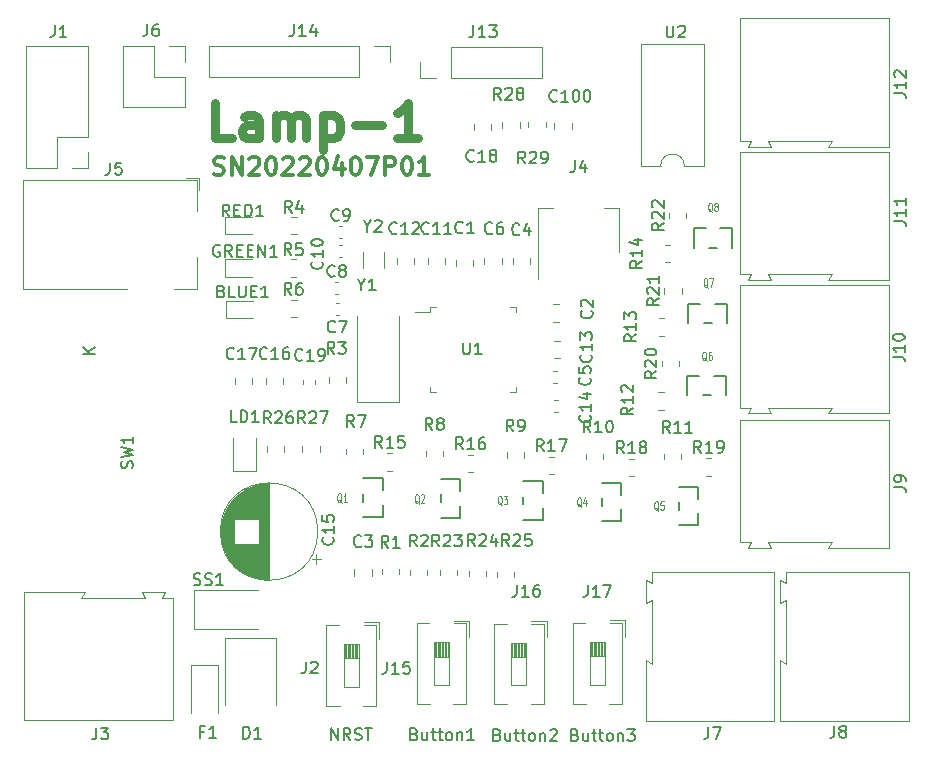
<source format=gbr>
%TF.GenerationSoftware,KiCad,Pcbnew,(5.1.10)-1*%
%TF.CreationDate,2022-05-16T19:26:02+08:00*%
%TF.ProjectId,lamp,6c616d70-2e6b-4696-9361-645f70636258,rev?*%
%TF.SameCoordinates,Original*%
%TF.FileFunction,Legend,Top*%
%TF.FilePolarity,Positive*%
%FSLAX46Y46*%
G04 Gerber Fmt 4.6, Leading zero omitted, Abs format (unit mm)*
G04 Created by KiCad (PCBNEW (5.1.10)-1) date 2022-05-16 19:26:02*
%MOMM*%
%LPD*%
G01*
G04 APERTURE LIST*
%ADD10C,0.150000*%
%ADD11C,0.300000*%
%ADD12C,0.750000*%
%ADD13C,0.120000*%
%ADD14C,0.152400*%
%ADD15C,0.100000*%
G04 APERTURE END LIST*
D10*
X145946666Y-68208571D02*
X146089523Y-68256190D01*
X146137142Y-68303809D01*
X146184761Y-68399047D01*
X146184761Y-68541904D01*
X146137142Y-68637142D01*
X146089523Y-68684761D01*
X145994285Y-68732380D01*
X145613333Y-68732380D01*
X145613333Y-67732380D01*
X145946666Y-67732380D01*
X146041904Y-67780000D01*
X146089523Y-67827619D01*
X146137142Y-67922857D01*
X146137142Y-68018095D01*
X146089523Y-68113333D01*
X146041904Y-68160952D01*
X145946666Y-68208571D01*
X145613333Y-68208571D01*
X147041904Y-68065714D02*
X147041904Y-68732380D01*
X146613333Y-68065714D02*
X146613333Y-68589523D01*
X146660952Y-68684761D01*
X146756190Y-68732380D01*
X146899047Y-68732380D01*
X146994285Y-68684761D01*
X147041904Y-68637142D01*
X147375238Y-68065714D02*
X147756190Y-68065714D01*
X147518095Y-67732380D02*
X147518095Y-68589523D01*
X147565714Y-68684761D01*
X147660952Y-68732380D01*
X147756190Y-68732380D01*
X147946666Y-68065714D02*
X148327619Y-68065714D01*
X148089523Y-67732380D02*
X148089523Y-68589523D01*
X148137142Y-68684761D01*
X148232380Y-68732380D01*
X148327619Y-68732380D01*
X148803809Y-68732380D02*
X148708571Y-68684761D01*
X148660952Y-68637142D01*
X148613333Y-68541904D01*
X148613333Y-68256190D01*
X148660952Y-68160952D01*
X148708571Y-68113333D01*
X148803809Y-68065714D01*
X148946666Y-68065714D01*
X149041904Y-68113333D01*
X149089523Y-68160952D01*
X149137142Y-68256190D01*
X149137142Y-68541904D01*
X149089523Y-68637142D01*
X149041904Y-68684761D01*
X148946666Y-68732380D01*
X148803809Y-68732380D01*
X149565714Y-68065714D02*
X149565714Y-68732380D01*
X149565714Y-68160952D02*
X149613333Y-68113333D01*
X149708571Y-68065714D01*
X149851428Y-68065714D01*
X149946666Y-68113333D01*
X149994285Y-68208571D01*
X149994285Y-68732380D01*
X150375238Y-67732380D02*
X150994285Y-67732380D01*
X150660952Y-68113333D01*
X150803809Y-68113333D01*
X150899047Y-68160952D01*
X150946666Y-68208571D01*
X150994285Y-68303809D01*
X150994285Y-68541904D01*
X150946666Y-68637142D01*
X150899047Y-68684761D01*
X150803809Y-68732380D01*
X150518095Y-68732380D01*
X150422857Y-68684761D01*
X150375238Y-68637142D01*
X139366666Y-68208571D02*
X139509523Y-68256190D01*
X139557142Y-68303809D01*
X139604761Y-68399047D01*
X139604761Y-68541904D01*
X139557142Y-68637142D01*
X139509523Y-68684761D01*
X139414285Y-68732380D01*
X139033333Y-68732380D01*
X139033333Y-67732380D01*
X139366666Y-67732380D01*
X139461904Y-67780000D01*
X139509523Y-67827619D01*
X139557142Y-67922857D01*
X139557142Y-68018095D01*
X139509523Y-68113333D01*
X139461904Y-68160952D01*
X139366666Y-68208571D01*
X139033333Y-68208571D01*
X140461904Y-68065714D02*
X140461904Y-68732380D01*
X140033333Y-68065714D02*
X140033333Y-68589523D01*
X140080952Y-68684761D01*
X140176190Y-68732380D01*
X140319047Y-68732380D01*
X140414285Y-68684761D01*
X140461904Y-68637142D01*
X140795238Y-68065714D02*
X141176190Y-68065714D01*
X140938095Y-67732380D02*
X140938095Y-68589523D01*
X140985714Y-68684761D01*
X141080952Y-68732380D01*
X141176190Y-68732380D01*
X141366666Y-68065714D02*
X141747619Y-68065714D01*
X141509523Y-67732380D02*
X141509523Y-68589523D01*
X141557142Y-68684761D01*
X141652380Y-68732380D01*
X141747619Y-68732380D01*
X142223809Y-68732380D02*
X142128571Y-68684761D01*
X142080952Y-68637142D01*
X142033333Y-68541904D01*
X142033333Y-68256190D01*
X142080952Y-68160952D01*
X142128571Y-68113333D01*
X142223809Y-68065714D01*
X142366666Y-68065714D01*
X142461904Y-68113333D01*
X142509523Y-68160952D01*
X142557142Y-68256190D01*
X142557142Y-68541904D01*
X142509523Y-68637142D01*
X142461904Y-68684761D01*
X142366666Y-68732380D01*
X142223809Y-68732380D01*
X142985714Y-68065714D02*
X142985714Y-68732380D01*
X142985714Y-68160952D02*
X143033333Y-68113333D01*
X143128571Y-68065714D01*
X143271428Y-68065714D01*
X143366666Y-68113333D01*
X143414285Y-68208571D01*
X143414285Y-68732380D01*
X143842857Y-67827619D02*
X143890476Y-67780000D01*
X143985714Y-67732380D01*
X144223809Y-67732380D01*
X144319047Y-67780000D01*
X144366666Y-67827619D01*
X144414285Y-67922857D01*
X144414285Y-68018095D01*
X144366666Y-68160952D01*
X143795238Y-68732380D01*
X144414285Y-68732380D01*
X132346666Y-68148571D02*
X132489523Y-68196190D01*
X132537142Y-68243809D01*
X132584761Y-68339047D01*
X132584761Y-68481904D01*
X132537142Y-68577142D01*
X132489523Y-68624761D01*
X132394285Y-68672380D01*
X132013333Y-68672380D01*
X132013333Y-67672380D01*
X132346666Y-67672380D01*
X132441904Y-67720000D01*
X132489523Y-67767619D01*
X132537142Y-67862857D01*
X132537142Y-67958095D01*
X132489523Y-68053333D01*
X132441904Y-68100952D01*
X132346666Y-68148571D01*
X132013333Y-68148571D01*
X133441904Y-68005714D02*
X133441904Y-68672380D01*
X133013333Y-68005714D02*
X133013333Y-68529523D01*
X133060952Y-68624761D01*
X133156190Y-68672380D01*
X133299047Y-68672380D01*
X133394285Y-68624761D01*
X133441904Y-68577142D01*
X133775238Y-68005714D02*
X134156190Y-68005714D01*
X133918095Y-67672380D02*
X133918095Y-68529523D01*
X133965714Y-68624761D01*
X134060952Y-68672380D01*
X134156190Y-68672380D01*
X134346666Y-68005714D02*
X134727619Y-68005714D01*
X134489523Y-67672380D02*
X134489523Y-68529523D01*
X134537142Y-68624761D01*
X134632380Y-68672380D01*
X134727619Y-68672380D01*
X135203809Y-68672380D02*
X135108571Y-68624761D01*
X135060952Y-68577142D01*
X135013333Y-68481904D01*
X135013333Y-68196190D01*
X135060952Y-68100952D01*
X135108571Y-68053333D01*
X135203809Y-68005714D01*
X135346666Y-68005714D01*
X135441904Y-68053333D01*
X135489523Y-68100952D01*
X135537142Y-68196190D01*
X135537142Y-68481904D01*
X135489523Y-68577142D01*
X135441904Y-68624761D01*
X135346666Y-68672380D01*
X135203809Y-68672380D01*
X135965714Y-68005714D02*
X135965714Y-68672380D01*
X135965714Y-68100952D02*
X136013333Y-68053333D01*
X136108571Y-68005714D01*
X136251428Y-68005714D01*
X136346666Y-68053333D01*
X136394285Y-68148571D01*
X136394285Y-68672380D01*
X137394285Y-68672380D02*
X136822857Y-68672380D01*
X137108571Y-68672380D02*
X137108571Y-67672380D01*
X137013333Y-67815238D01*
X136918095Y-67910476D01*
X136822857Y-67958095D01*
X125307142Y-68642380D02*
X125307142Y-67642380D01*
X125878571Y-68642380D01*
X125878571Y-67642380D01*
X126926190Y-68642380D02*
X126592857Y-68166190D01*
X126354761Y-68642380D02*
X126354761Y-67642380D01*
X126735714Y-67642380D01*
X126830952Y-67690000D01*
X126878571Y-67737619D01*
X126926190Y-67832857D01*
X126926190Y-67975714D01*
X126878571Y-68070952D01*
X126830952Y-68118571D01*
X126735714Y-68166190D01*
X126354761Y-68166190D01*
X127307142Y-68594761D02*
X127450000Y-68642380D01*
X127688095Y-68642380D01*
X127783333Y-68594761D01*
X127830952Y-68547142D01*
X127878571Y-68451904D01*
X127878571Y-68356666D01*
X127830952Y-68261428D01*
X127783333Y-68213809D01*
X127688095Y-68166190D01*
X127497619Y-68118571D01*
X127402380Y-68070952D01*
X127354761Y-68023333D01*
X127307142Y-67928095D01*
X127307142Y-67832857D01*
X127354761Y-67737619D01*
X127402380Y-67690000D01*
X127497619Y-67642380D01*
X127735714Y-67642380D01*
X127878571Y-67690000D01*
X128164285Y-67642380D02*
X128735714Y-67642380D01*
X128450000Y-68642380D02*
X128450000Y-67642380D01*
D11*
X115372857Y-20717142D02*
X115587142Y-20788571D01*
X115944285Y-20788571D01*
X116087142Y-20717142D01*
X116158571Y-20645714D01*
X116230000Y-20502857D01*
X116230000Y-20360000D01*
X116158571Y-20217142D01*
X116087142Y-20145714D01*
X115944285Y-20074285D01*
X115658571Y-20002857D01*
X115515714Y-19931428D01*
X115444285Y-19860000D01*
X115372857Y-19717142D01*
X115372857Y-19574285D01*
X115444285Y-19431428D01*
X115515714Y-19360000D01*
X115658571Y-19288571D01*
X116015714Y-19288571D01*
X116230000Y-19360000D01*
X116872857Y-20788571D02*
X116872857Y-19288571D01*
X117730000Y-20788571D01*
X117730000Y-19288571D01*
X118372857Y-19431428D02*
X118444285Y-19360000D01*
X118587142Y-19288571D01*
X118944285Y-19288571D01*
X119087142Y-19360000D01*
X119158571Y-19431428D01*
X119230000Y-19574285D01*
X119230000Y-19717142D01*
X119158571Y-19931428D01*
X118301428Y-20788571D01*
X119230000Y-20788571D01*
X120158571Y-19288571D02*
X120301428Y-19288571D01*
X120444285Y-19360000D01*
X120515714Y-19431428D01*
X120587142Y-19574285D01*
X120658571Y-19860000D01*
X120658571Y-20217142D01*
X120587142Y-20502857D01*
X120515714Y-20645714D01*
X120444285Y-20717142D01*
X120301428Y-20788571D01*
X120158571Y-20788571D01*
X120015714Y-20717142D01*
X119944285Y-20645714D01*
X119872857Y-20502857D01*
X119801428Y-20217142D01*
X119801428Y-19860000D01*
X119872857Y-19574285D01*
X119944285Y-19431428D01*
X120015714Y-19360000D01*
X120158571Y-19288571D01*
X121230000Y-19431428D02*
X121301428Y-19360000D01*
X121444285Y-19288571D01*
X121801428Y-19288571D01*
X121944285Y-19360000D01*
X122015714Y-19431428D01*
X122087142Y-19574285D01*
X122087142Y-19717142D01*
X122015714Y-19931428D01*
X121158571Y-20788571D01*
X122087142Y-20788571D01*
X122658571Y-19431428D02*
X122730000Y-19360000D01*
X122872857Y-19288571D01*
X123230000Y-19288571D01*
X123372857Y-19360000D01*
X123444285Y-19431428D01*
X123515714Y-19574285D01*
X123515714Y-19717142D01*
X123444285Y-19931428D01*
X122587142Y-20788571D01*
X123515714Y-20788571D01*
X124444285Y-19288571D02*
X124587142Y-19288571D01*
X124730000Y-19360000D01*
X124801428Y-19431428D01*
X124872857Y-19574285D01*
X124944285Y-19860000D01*
X124944285Y-20217142D01*
X124872857Y-20502857D01*
X124801428Y-20645714D01*
X124730000Y-20717142D01*
X124587142Y-20788571D01*
X124444285Y-20788571D01*
X124301428Y-20717142D01*
X124230000Y-20645714D01*
X124158571Y-20502857D01*
X124087142Y-20217142D01*
X124087142Y-19860000D01*
X124158571Y-19574285D01*
X124230000Y-19431428D01*
X124301428Y-19360000D01*
X124444285Y-19288571D01*
X126230000Y-19788571D02*
X126230000Y-20788571D01*
X125872857Y-19217142D02*
X125515714Y-20288571D01*
X126444285Y-20288571D01*
X127301428Y-19288571D02*
X127444285Y-19288571D01*
X127587142Y-19360000D01*
X127658571Y-19431428D01*
X127730000Y-19574285D01*
X127801428Y-19860000D01*
X127801428Y-20217142D01*
X127730000Y-20502857D01*
X127658571Y-20645714D01*
X127587142Y-20717142D01*
X127444285Y-20788571D01*
X127301428Y-20788571D01*
X127158571Y-20717142D01*
X127087142Y-20645714D01*
X127015714Y-20502857D01*
X126944285Y-20217142D01*
X126944285Y-19860000D01*
X127015714Y-19574285D01*
X127087142Y-19431428D01*
X127158571Y-19360000D01*
X127301428Y-19288571D01*
X128301428Y-19288571D02*
X129301428Y-19288571D01*
X128658571Y-20788571D01*
X129872857Y-20788571D02*
X129872857Y-19288571D01*
X130444285Y-19288571D01*
X130587142Y-19360000D01*
X130658571Y-19431428D01*
X130730000Y-19574285D01*
X130730000Y-19788571D01*
X130658571Y-19931428D01*
X130587142Y-20002857D01*
X130444285Y-20074285D01*
X129872857Y-20074285D01*
X131658571Y-19288571D02*
X131801428Y-19288571D01*
X131944285Y-19360000D01*
X132015714Y-19431428D01*
X132087142Y-19574285D01*
X132158571Y-19860000D01*
X132158571Y-20217142D01*
X132087142Y-20502857D01*
X132015714Y-20645714D01*
X131944285Y-20717142D01*
X131801428Y-20788571D01*
X131658571Y-20788571D01*
X131515714Y-20717142D01*
X131444285Y-20645714D01*
X131372857Y-20502857D01*
X131301428Y-20217142D01*
X131301428Y-19860000D01*
X131372857Y-19574285D01*
X131444285Y-19431428D01*
X131515714Y-19360000D01*
X131658571Y-19288571D01*
X133587142Y-20788571D02*
X132730000Y-20788571D01*
X133158571Y-20788571D02*
X133158571Y-19288571D01*
X133015714Y-19502857D01*
X132872857Y-19645714D01*
X132730000Y-19717142D01*
D12*
X116908571Y-17717142D02*
X115480000Y-17717142D01*
X115480000Y-14717142D01*
X119194285Y-17717142D02*
X119194285Y-16145714D01*
X119051428Y-15860000D01*
X118765714Y-15717142D01*
X118194285Y-15717142D01*
X117908571Y-15860000D01*
X119194285Y-17574285D02*
X118908571Y-17717142D01*
X118194285Y-17717142D01*
X117908571Y-17574285D01*
X117765714Y-17288571D01*
X117765714Y-17002857D01*
X117908571Y-16717142D01*
X118194285Y-16574285D01*
X118908571Y-16574285D01*
X119194285Y-16431428D01*
X120622857Y-17717142D02*
X120622857Y-15717142D01*
X120622857Y-16002857D02*
X120765714Y-15860000D01*
X121051428Y-15717142D01*
X121480000Y-15717142D01*
X121765714Y-15860000D01*
X121908571Y-16145714D01*
X121908571Y-17717142D01*
X121908571Y-16145714D02*
X122051428Y-15860000D01*
X122337142Y-15717142D01*
X122765714Y-15717142D01*
X123051428Y-15860000D01*
X123194285Y-16145714D01*
X123194285Y-17717142D01*
X124622857Y-15717142D02*
X124622857Y-18717142D01*
X124622857Y-15860000D02*
X124908571Y-15717142D01*
X125480000Y-15717142D01*
X125765714Y-15860000D01*
X125908571Y-16002857D01*
X126051428Y-16288571D01*
X126051428Y-17145714D01*
X125908571Y-17431428D01*
X125765714Y-17574285D01*
X125480000Y-17717142D01*
X124908571Y-17717142D01*
X124622857Y-17574285D01*
X127337142Y-16574285D02*
X129622857Y-16574285D01*
X132622857Y-17717142D02*
X130908571Y-17717142D01*
X131765714Y-17717142D02*
X131765714Y-14717142D01*
X131480000Y-15145714D01*
X131194285Y-15431428D01*
X130908571Y-15574285D01*
D13*
%TO.C,C10*%
X125970420Y-27738800D02*
X126251580Y-27738800D01*
X125970420Y-26718800D02*
X126251580Y-26718800D01*
%TO.C,C9*%
X125970120Y-26176700D02*
X126251280Y-26176700D01*
X125970120Y-25156700D02*
X126251280Y-25156700D01*
%TO.C,C8*%
X125627520Y-30913800D02*
X125908680Y-30913800D01*
X125627520Y-29893800D02*
X125908680Y-29893800D01*
%TO.C,C7*%
X125709419Y-32690000D02*
X125990579Y-32690000D01*
X125709419Y-31670000D02*
X125990579Y-31670000D01*
%TO.C,C100*%
X144209000Y-16912253D02*
X144209000Y-16389749D01*
X145679000Y-16912253D02*
X145679000Y-16389749D01*
%TO.C,R28*%
X141255000Y-16352936D02*
X141255000Y-16807064D01*
X139785000Y-16352936D02*
X139785000Y-16807064D01*
%TO.C,D1*%
X120625000Y-59975000D02*
X116325000Y-59975000D01*
X116325000Y-59975000D02*
X116325000Y-65675000D01*
X120625000Y-59975000D02*
X120625000Y-65675000D01*
%TO.C,J1*%
X104680000Y-9925000D02*
X99480000Y-9925000D01*
X104680000Y-17605000D02*
X104680000Y-9925000D01*
X99480000Y-20205000D02*
X99480000Y-9925000D01*
X104680000Y-17605000D02*
X102080000Y-17605000D01*
X102080000Y-17605000D02*
X102080000Y-20205000D01*
X102080000Y-20205000D02*
X99480000Y-20205000D01*
X104680000Y-18875000D02*
X104680000Y-20205000D01*
X104680000Y-20205000D02*
X103350000Y-20205000D01*
%TO.C,LD1*%
X116980000Y-43040000D02*
X116980000Y-45900000D01*
X116980000Y-45900000D02*
X118900000Y-45900000D01*
X118900000Y-45900000D02*
X118900000Y-43040000D01*
%TO.C,F1*%
X115710000Y-66362500D02*
X115710000Y-62302500D01*
X115710000Y-62302500D02*
X113440000Y-62302500D01*
X113440000Y-62302500D02*
X113440000Y-66362500D01*
%TO.C,U2*%
X151550000Y-20040000D02*
X153200000Y-20040000D01*
X151550000Y-9760000D02*
X151550000Y-20040000D01*
X156850000Y-9760000D02*
X151550000Y-9760000D01*
X156850000Y-20040000D02*
X156850000Y-9760000D01*
X155200000Y-20040000D02*
X156850000Y-20040000D01*
X153200000Y-20040000D02*
G75*
G02*
X155200000Y-20040000I1000000J0D01*
G01*
%TO.C,C15*%
X124049698Y-53715000D02*
X124049698Y-52915000D01*
X124449698Y-53315000D02*
X123649698Y-53315000D01*
X115959000Y-51533000D02*
X115959000Y-50467000D01*
X115999000Y-51768000D02*
X115999000Y-50232000D01*
X116039000Y-51948000D02*
X116039000Y-50052000D01*
X116079000Y-52098000D02*
X116079000Y-49902000D01*
X116119000Y-52229000D02*
X116119000Y-49771000D01*
X116159000Y-52346000D02*
X116159000Y-49654000D01*
X116199000Y-52453000D02*
X116199000Y-49547000D01*
X116239000Y-52552000D02*
X116239000Y-49448000D01*
X116279000Y-52645000D02*
X116279000Y-49355000D01*
X116319000Y-52731000D02*
X116319000Y-49269000D01*
X116359000Y-52813000D02*
X116359000Y-49187000D01*
X116399000Y-52890000D02*
X116399000Y-49110000D01*
X116439000Y-52964000D02*
X116439000Y-49036000D01*
X116479000Y-53034000D02*
X116479000Y-48966000D01*
X116519000Y-53102000D02*
X116519000Y-48898000D01*
X116559000Y-53166000D02*
X116559000Y-48834000D01*
X116599000Y-53228000D02*
X116599000Y-48772000D01*
X116639000Y-53287000D02*
X116639000Y-48713000D01*
X116679000Y-53345000D02*
X116679000Y-48655000D01*
X116719000Y-53400000D02*
X116719000Y-48600000D01*
X116759000Y-53454000D02*
X116759000Y-48546000D01*
X116799000Y-53505000D02*
X116799000Y-48495000D01*
X116839000Y-53556000D02*
X116839000Y-48444000D01*
X116879000Y-53604000D02*
X116879000Y-48396000D01*
X116919000Y-53651000D02*
X116919000Y-48349000D01*
X116959000Y-53697000D02*
X116959000Y-48303000D01*
X116999000Y-53741000D02*
X116999000Y-48259000D01*
X117039000Y-53784000D02*
X117039000Y-48216000D01*
X117079000Y-53826000D02*
X117079000Y-48174000D01*
X117119000Y-49960000D02*
X117119000Y-48133000D01*
X117119000Y-53867000D02*
X117119000Y-52040000D01*
X117159000Y-49960000D02*
X117159000Y-48093000D01*
X117159000Y-53907000D02*
X117159000Y-52040000D01*
X117199000Y-49960000D02*
X117199000Y-48055000D01*
X117199000Y-53945000D02*
X117199000Y-52040000D01*
X117239000Y-49960000D02*
X117239000Y-48017000D01*
X117239000Y-53983000D02*
X117239000Y-52040000D01*
X117279000Y-49960000D02*
X117279000Y-47981000D01*
X117279000Y-54019000D02*
X117279000Y-52040000D01*
X117319000Y-49960000D02*
X117319000Y-47945000D01*
X117319000Y-54055000D02*
X117319000Y-52040000D01*
X117359000Y-49960000D02*
X117359000Y-47910000D01*
X117359000Y-54090000D02*
X117359000Y-52040000D01*
X117399000Y-49960000D02*
X117399000Y-47876000D01*
X117399000Y-54124000D02*
X117399000Y-52040000D01*
X117439000Y-49960000D02*
X117439000Y-47844000D01*
X117439000Y-54156000D02*
X117439000Y-52040000D01*
X117479000Y-49960000D02*
X117479000Y-47811000D01*
X117479000Y-54189000D02*
X117479000Y-52040000D01*
X117519000Y-49960000D02*
X117519000Y-47780000D01*
X117519000Y-54220000D02*
X117519000Y-52040000D01*
X117559000Y-49960000D02*
X117559000Y-47750000D01*
X117559000Y-54250000D02*
X117559000Y-52040000D01*
X117599000Y-49960000D02*
X117599000Y-47720000D01*
X117599000Y-54280000D02*
X117599000Y-52040000D01*
X117639000Y-49960000D02*
X117639000Y-47691000D01*
X117639000Y-54309000D02*
X117639000Y-52040000D01*
X117679000Y-49960000D02*
X117679000Y-47662000D01*
X117679000Y-54338000D02*
X117679000Y-52040000D01*
X117719000Y-49960000D02*
X117719000Y-47635000D01*
X117719000Y-54365000D02*
X117719000Y-52040000D01*
X117759000Y-49960000D02*
X117759000Y-47608000D01*
X117759000Y-54392000D02*
X117759000Y-52040000D01*
X117799000Y-49960000D02*
X117799000Y-47582000D01*
X117799000Y-54418000D02*
X117799000Y-52040000D01*
X117839000Y-49960000D02*
X117839000Y-47556000D01*
X117839000Y-54444000D02*
X117839000Y-52040000D01*
X117879000Y-49960000D02*
X117879000Y-47531000D01*
X117879000Y-54469000D02*
X117879000Y-52040000D01*
X117919000Y-49960000D02*
X117919000Y-47507000D01*
X117919000Y-54493000D02*
X117919000Y-52040000D01*
X117959000Y-49960000D02*
X117959000Y-47483000D01*
X117959000Y-54517000D02*
X117959000Y-52040000D01*
X117999000Y-49960000D02*
X117999000Y-47460000D01*
X117999000Y-54540000D02*
X117999000Y-52040000D01*
X118039000Y-49960000D02*
X118039000Y-47438000D01*
X118039000Y-54562000D02*
X118039000Y-52040000D01*
X118079000Y-49960000D02*
X118079000Y-47416000D01*
X118079000Y-54584000D02*
X118079000Y-52040000D01*
X118119000Y-49960000D02*
X118119000Y-47394000D01*
X118119000Y-54606000D02*
X118119000Y-52040000D01*
X118159000Y-49960000D02*
X118159000Y-47373000D01*
X118159000Y-54627000D02*
X118159000Y-52040000D01*
X118199000Y-49960000D02*
X118199000Y-47353000D01*
X118199000Y-54647000D02*
X118199000Y-52040000D01*
X118239000Y-49960000D02*
X118239000Y-47334000D01*
X118239000Y-54666000D02*
X118239000Y-52040000D01*
X118279000Y-49960000D02*
X118279000Y-47314000D01*
X118279000Y-54686000D02*
X118279000Y-52040000D01*
X118319000Y-49960000D02*
X118319000Y-47296000D01*
X118319000Y-54704000D02*
X118319000Y-52040000D01*
X118359000Y-49960000D02*
X118359000Y-47278000D01*
X118359000Y-54722000D02*
X118359000Y-52040000D01*
X118399000Y-49960000D02*
X118399000Y-47260000D01*
X118399000Y-54740000D02*
X118399000Y-52040000D01*
X118439000Y-49960000D02*
X118439000Y-47243000D01*
X118439000Y-54757000D02*
X118439000Y-52040000D01*
X118479000Y-49960000D02*
X118479000Y-47226000D01*
X118479000Y-54774000D02*
X118479000Y-52040000D01*
X118519000Y-49960000D02*
X118519000Y-47210000D01*
X118519000Y-54790000D02*
X118519000Y-52040000D01*
X118559000Y-49960000D02*
X118559000Y-47195000D01*
X118559000Y-54805000D02*
X118559000Y-52040000D01*
X118599000Y-49960000D02*
X118599000Y-47179000D01*
X118599000Y-54821000D02*
X118599000Y-52040000D01*
X118639000Y-49960000D02*
X118639000Y-47165000D01*
X118639000Y-54835000D02*
X118639000Y-52040000D01*
X118679000Y-49960000D02*
X118679000Y-47150000D01*
X118679000Y-54850000D02*
X118679000Y-52040000D01*
X118719000Y-49960000D02*
X118719000Y-47137000D01*
X118719000Y-54863000D02*
X118719000Y-52040000D01*
X118759000Y-49960000D02*
X118759000Y-47123000D01*
X118759000Y-54877000D02*
X118759000Y-52040000D01*
X118799000Y-49960000D02*
X118799000Y-47111000D01*
X118799000Y-54889000D02*
X118799000Y-52040000D01*
X118839000Y-49960000D02*
X118839000Y-47098000D01*
X118839000Y-54902000D02*
X118839000Y-52040000D01*
X118879000Y-49960000D02*
X118879000Y-47086000D01*
X118879000Y-54914000D02*
X118879000Y-52040000D01*
X118919000Y-49960000D02*
X118919000Y-47075000D01*
X118919000Y-54925000D02*
X118919000Y-52040000D01*
X118959000Y-49960000D02*
X118959000Y-47064000D01*
X118959000Y-54936000D02*
X118959000Y-52040000D01*
X118999000Y-49960000D02*
X118999000Y-47053000D01*
X118999000Y-54947000D02*
X118999000Y-52040000D01*
X119039000Y-49960000D02*
X119039000Y-47043000D01*
X119039000Y-54957000D02*
X119039000Y-52040000D01*
X119079000Y-49960000D02*
X119079000Y-47033000D01*
X119079000Y-54967000D02*
X119079000Y-52040000D01*
X119119000Y-49960000D02*
X119119000Y-47024000D01*
X119119000Y-54976000D02*
X119119000Y-52040000D01*
X119159000Y-49960000D02*
X119159000Y-47015000D01*
X119159000Y-54985000D02*
X119159000Y-52040000D01*
X119199000Y-54994000D02*
X119199000Y-47006000D01*
X119239000Y-55002000D02*
X119239000Y-46998000D01*
X119279000Y-55010000D02*
X119279000Y-46990000D01*
X119319000Y-55017000D02*
X119319000Y-46983000D01*
X119360000Y-55024000D02*
X119360000Y-46976000D01*
X119400000Y-55030000D02*
X119400000Y-46970000D01*
X119440000Y-55037000D02*
X119440000Y-46963000D01*
X119480000Y-55042000D02*
X119480000Y-46958000D01*
X119520000Y-55048000D02*
X119520000Y-46952000D01*
X119560000Y-55052000D02*
X119560000Y-46948000D01*
X119600000Y-55057000D02*
X119600000Y-46943000D01*
X119640000Y-55061000D02*
X119640000Y-46939000D01*
X119680000Y-55065000D02*
X119680000Y-46935000D01*
X119720000Y-55068000D02*
X119720000Y-46932000D01*
X119760000Y-55071000D02*
X119760000Y-46929000D01*
X119800000Y-55074000D02*
X119800000Y-46926000D01*
X119840000Y-55076000D02*
X119840000Y-46924000D01*
X119880000Y-55077000D02*
X119880000Y-46923000D01*
X119920000Y-55079000D02*
X119920000Y-46921000D01*
X119960000Y-55080000D02*
X119960000Y-46920000D01*
X120000000Y-55080000D02*
X120000000Y-46920000D01*
X120040000Y-55080000D02*
X120040000Y-46920000D01*
X124160000Y-51000000D02*
G75*
G03*
X124160000Y-51000000I-4120000J0D01*
G01*
%TO.C,Y1*%
X127460000Y-32740000D02*
X127460000Y-39990000D01*
X127460000Y-39990000D02*
X131060000Y-39990000D01*
X131060000Y-39990000D02*
X131060000Y-32740000D01*
%TO.C,Y2*%
X129745000Y-28655000D02*
X129745000Y-27305000D01*
X127995000Y-28655000D02*
X127995000Y-27305000D01*
%TO.C,R29*%
X143455000Y-16315436D02*
X143455000Y-16769564D01*
X141985000Y-16315436D02*
X141985000Y-16769564D01*
%TO.C,R27*%
X122845000Y-44227064D02*
X122845000Y-43772936D01*
X124315000Y-44227064D02*
X124315000Y-43772936D01*
%TO.C,R26*%
X119845000Y-44227064D02*
X119845000Y-43772936D01*
X121315000Y-44227064D02*
X121315000Y-43772936D01*
%TO.C,R25*%
X140775000Y-54382936D02*
X140775000Y-54837064D01*
X139305000Y-54382936D02*
X139305000Y-54837064D01*
%TO.C,R24*%
X138435000Y-54302936D02*
X138435000Y-54757064D01*
X136965000Y-54302936D02*
X136965000Y-54757064D01*
%TO.C,R23*%
X135975000Y-54262936D02*
X135975000Y-54717064D01*
X134505000Y-54262936D02*
X134505000Y-54717064D01*
%TO.C,R22*%
X153905000Y-24457064D02*
X153905000Y-24002936D01*
X155375000Y-24457064D02*
X155375000Y-24002936D01*
%TO.C,R21*%
X153505000Y-30847064D02*
X153505000Y-30392936D01*
X154975000Y-30847064D02*
X154975000Y-30392936D01*
%TO.C,R20*%
X153295000Y-37007064D02*
X153295000Y-36552936D01*
X154765000Y-37007064D02*
X154765000Y-36552936D01*
%TO.C,R19*%
X157032936Y-44785000D02*
X157487064Y-44785000D01*
X157032936Y-46255000D02*
X157487064Y-46255000D01*
%TO.C,R18*%
X150492936Y-44835000D02*
X150947064Y-44835000D01*
X150492936Y-46305000D02*
X150947064Y-46305000D01*
%TO.C,R17*%
X143702936Y-44655000D02*
X144157064Y-44655000D01*
X143702936Y-46125000D02*
X144157064Y-46125000D01*
%TO.C,R16*%
X136872936Y-44495000D02*
X137327064Y-44495000D01*
X136872936Y-45965000D02*
X137327064Y-45965000D01*
%TO.C,R15*%
X130022936Y-44365000D02*
X130477064Y-44365000D01*
X130022936Y-45835000D02*
X130477064Y-45835000D01*
%TO.C,R14*%
X153532936Y-26735000D02*
X153987064Y-26735000D01*
X153532936Y-28205000D02*
X153987064Y-28205000D01*
%TO.C,R13*%
X153032936Y-32955000D02*
X153487064Y-32955000D01*
X153032936Y-34425000D02*
X153487064Y-34425000D01*
%TO.C,R12*%
X153002936Y-39205000D02*
X153457064Y-39205000D01*
X153002936Y-40675000D02*
X153457064Y-40675000D01*
%TO.C,R11*%
X154955000Y-44432936D02*
X154955000Y-44887064D01*
X153485000Y-44432936D02*
X153485000Y-44887064D01*
%TO.C,R10*%
X148325000Y-44442936D02*
X148325000Y-44897064D01*
X146855000Y-44442936D02*
X146855000Y-44897064D01*
%TO.C,R9*%
X141635000Y-44282936D02*
X141635000Y-44737064D01*
X140165000Y-44282936D02*
X140165000Y-44737064D01*
%TO.C,R8*%
X134785000Y-44172936D02*
X134785000Y-44627064D01*
X133315000Y-44172936D02*
X133315000Y-44627064D01*
%TO.C,R7*%
X127995000Y-43972936D02*
X127995000Y-44427064D01*
X126525000Y-43972936D02*
X126525000Y-44427064D01*
%TO.C,R6*%
X122377064Y-32875000D02*
X121922936Y-32875000D01*
X122377064Y-31405000D02*
X121922936Y-31405000D01*
%TO.C,R5*%
X122327064Y-29425000D02*
X121872936Y-29425000D01*
X122327064Y-27955000D02*
X121872936Y-27955000D01*
%TO.C,R4*%
X122377064Y-25825000D02*
X121922936Y-25825000D01*
X122377064Y-24355000D02*
X121922936Y-24355000D01*
%TO.C,R3*%
X125085000Y-38387064D02*
X125085000Y-37932936D01*
X126555000Y-38387064D02*
X126555000Y-37932936D01*
%TO.C,U1*%
X140460000Y-39210000D02*
X140910000Y-39210000D01*
X140910000Y-39210000D02*
X140910000Y-38760000D01*
X134140000Y-39210000D02*
X133690000Y-39210000D01*
X133690000Y-39210000D02*
X133690000Y-38760000D01*
X140460000Y-31990000D02*
X140910000Y-31990000D01*
X140910000Y-31990000D02*
X140910000Y-32440000D01*
X134140000Y-31990000D02*
X133690000Y-31990000D01*
X133690000Y-31990000D02*
X133690000Y-32440000D01*
X133690000Y-32440000D02*
X132400000Y-32440000D01*
%TO.C,SS1*%
X113690000Y-55925000D02*
X113690000Y-59225000D01*
X113690000Y-59225000D02*
X119090000Y-59225000D01*
X113690000Y-55925000D02*
X119090000Y-55925000D01*
%TO.C,RED1*%
X118590000Y-24335000D02*
X116305000Y-24335000D01*
X116305000Y-24335000D02*
X116305000Y-25805000D01*
X116305000Y-25805000D02*
X118590000Y-25805000D01*
%TO.C,R2*%
X131975000Y-54677064D02*
X131975000Y-54222936D01*
X133445000Y-54677064D02*
X133445000Y-54222936D01*
%TO.C,R1*%
X131045000Y-54172936D02*
X131045000Y-54627064D01*
X129575000Y-54172936D02*
X129575000Y-54627064D01*
D14*
%TO.C,Q8*%
X159255600Y-26975499D02*
X159255600Y-25324499D01*
X159255600Y-25324499D02*
X158242140Y-25324499D01*
X156004400Y-25324499D02*
X156004400Y-26975499D01*
X157292139Y-26975499D02*
X157967861Y-26975499D01*
X157017860Y-25324499D02*
X156004400Y-25324499D01*
%TO.C,Q7*%
X158805600Y-33375501D02*
X158805600Y-31724501D01*
X158805600Y-31724501D02*
X157792140Y-31724501D01*
X155554400Y-31724501D02*
X155554400Y-33375501D01*
X156842139Y-33375501D02*
X157517861Y-33375501D01*
X156567860Y-31724501D02*
X155554400Y-31724501D01*
%TO.C,Q6*%
X158705600Y-39475500D02*
X158705600Y-37824500D01*
X158705600Y-37824500D02*
X157692140Y-37824500D01*
X155454400Y-37824500D02*
X155454400Y-39475500D01*
X156742139Y-39475500D02*
X157417861Y-39475500D01*
X156467860Y-37824500D02*
X155454400Y-37824500D01*
%TO.C,Q5*%
X154734500Y-50455600D02*
X156385500Y-50455600D01*
X156385500Y-50455600D02*
X156385500Y-49442140D01*
X156385500Y-47204400D02*
X154734500Y-47204400D01*
X154734500Y-48492139D02*
X154734500Y-49167861D01*
X156385500Y-48217860D02*
X156385500Y-47204400D01*
%TO.C,Q4*%
X148214500Y-50135600D02*
X149865500Y-50135600D01*
X149865500Y-50135600D02*
X149865500Y-49122140D01*
X149865500Y-46884400D02*
X148214500Y-46884400D01*
X148214500Y-48172139D02*
X148214500Y-48847861D01*
X149865500Y-47897860D02*
X149865500Y-46884400D01*
%TO.C,Q3*%
X141584500Y-49995600D02*
X143235500Y-49995600D01*
X143235500Y-49995600D02*
X143235500Y-48982140D01*
X143235500Y-46744400D02*
X141584500Y-46744400D01*
X141584500Y-48032139D02*
X141584500Y-48707861D01*
X143235500Y-47757860D02*
X143235500Y-46744400D01*
%TO.C,Q2*%
X134564500Y-49815600D02*
X136215500Y-49815600D01*
X136215500Y-49815600D02*
X136215500Y-48802140D01*
X136215500Y-46564400D02*
X134564500Y-46564400D01*
X134564500Y-47852139D02*
X134564500Y-48527861D01*
X136215500Y-47577860D02*
X136215500Y-46564400D01*
%TO.C,Q1*%
X128014500Y-49745600D02*
X129665500Y-49745600D01*
X129665500Y-49745600D02*
X129665500Y-48732140D01*
X129665500Y-46494400D02*
X128014500Y-46494400D01*
X128014500Y-47782139D02*
X128014500Y-48457861D01*
X129665500Y-47507860D02*
X129665500Y-46494400D01*
D13*
%TO.C,J17*%
X149960000Y-58760000D02*
X149960000Y-65581000D01*
X145740000Y-58760000D02*
X145740000Y-65581000D01*
X149960000Y-58760000D02*
X148890000Y-58760000D01*
X146810000Y-58760000D02*
X145740000Y-58760000D01*
X149960000Y-65581000D02*
X148840000Y-65581000D01*
X146860000Y-65581000D02*
X145740000Y-65581000D01*
X150200000Y-58520000D02*
X150200000Y-59903000D01*
X150200000Y-58520000D02*
X148890000Y-58520000D01*
X148485000Y-60360000D02*
X147215000Y-60360000D01*
X147215000Y-60360000D02*
X147215000Y-63980000D01*
X147215000Y-63980000D02*
X148485000Y-63980000D01*
X148485000Y-63980000D02*
X148485000Y-60360000D01*
X148365000Y-60360000D02*
X148365000Y-61566667D01*
X148245000Y-60360000D02*
X148245000Y-61566667D01*
X148125000Y-60360000D02*
X148125000Y-61566667D01*
X148005000Y-60360000D02*
X148005000Y-61566667D01*
X147885000Y-60360000D02*
X147885000Y-61566667D01*
X147765000Y-60360000D02*
X147765000Y-61566667D01*
X147645000Y-60360000D02*
X147645000Y-61566667D01*
X147525000Y-60360000D02*
X147525000Y-61566667D01*
X147405000Y-60360000D02*
X147405000Y-61566667D01*
X147285000Y-60360000D02*
X147285000Y-61566667D01*
X148485000Y-61566667D02*
X147215000Y-61566667D01*
%TO.C,J16*%
X143300000Y-58810000D02*
X143300000Y-65631000D01*
X139080000Y-58810000D02*
X139080000Y-65631000D01*
X143300000Y-58810000D02*
X142230000Y-58810000D01*
X140150000Y-58810000D02*
X139080000Y-58810000D01*
X143300000Y-65631000D02*
X142180000Y-65631000D01*
X140200000Y-65631000D02*
X139080000Y-65631000D01*
X143540000Y-58570000D02*
X143540000Y-59953000D01*
X143540000Y-58570000D02*
X142230000Y-58570000D01*
X141825000Y-60410000D02*
X140555000Y-60410000D01*
X140555000Y-60410000D02*
X140555000Y-64030000D01*
X140555000Y-64030000D02*
X141825000Y-64030000D01*
X141825000Y-64030000D02*
X141825000Y-60410000D01*
X141705000Y-60410000D02*
X141705000Y-61616667D01*
X141585000Y-60410000D02*
X141585000Y-61616667D01*
X141465000Y-60410000D02*
X141465000Y-61616667D01*
X141345000Y-60410000D02*
X141345000Y-61616667D01*
X141225000Y-60410000D02*
X141225000Y-61616667D01*
X141105000Y-60410000D02*
X141105000Y-61616667D01*
X140985000Y-60410000D02*
X140985000Y-61616667D01*
X140865000Y-60410000D02*
X140865000Y-61616667D01*
X140745000Y-60410000D02*
X140745000Y-61616667D01*
X140625000Y-60410000D02*
X140625000Y-61616667D01*
X141825000Y-61616667D02*
X140555000Y-61616667D01*
%TO.C,J15*%
X136750000Y-58780000D02*
X136750000Y-65601000D01*
X132530000Y-58780000D02*
X132530000Y-65601000D01*
X136750000Y-58780000D02*
X135680000Y-58780000D01*
X133600000Y-58780000D02*
X132530000Y-58780000D01*
X136750000Y-65601000D02*
X135630000Y-65601000D01*
X133650000Y-65601000D02*
X132530000Y-65601000D01*
X136990000Y-58540000D02*
X136990000Y-59923000D01*
X136990000Y-58540000D02*
X135680000Y-58540000D01*
X135275000Y-60380000D02*
X134005000Y-60380000D01*
X134005000Y-60380000D02*
X134005000Y-64000000D01*
X134005000Y-64000000D02*
X135275000Y-64000000D01*
X135275000Y-64000000D02*
X135275000Y-60380000D01*
X135155000Y-60380000D02*
X135155000Y-61586667D01*
X135035000Y-60380000D02*
X135035000Y-61586667D01*
X134915000Y-60380000D02*
X134915000Y-61586667D01*
X134795000Y-60380000D02*
X134795000Y-61586667D01*
X134675000Y-60380000D02*
X134675000Y-61586667D01*
X134555000Y-60380000D02*
X134555000Y-61586667D01*
X134435000Y-60380000D02*
X134435000Y-61586667D01*
X134315000Y-60380000D02*
X134315000Y-61586667D01*
X134195000Y-60380000D02*
X134195000Y-61586667D01*
X134075000Y-60380000D02*
X134075000Y-61586667D01*
X135275000Y-61586667D02*
X134005000Y-61586667D01*
%TO.C,J14*%
X114930000Y-9880000D02*
X114930000Y-12540000D01*
X127690000Y-9880000D02*
X114930000Y-9880000D01*
X127690000Y-12540000D02*
X114930000Y-12540000D01*
X127690000Y-9880000D02*
X127690000Y-12540000D01*
X128960000Y-9880000D02*
X130290000Y-9880000D01*
X130290000Y-9880000D02*
X130290000Y-11210000D01*
%TO.C,J13*%
X143110000Y-12610000D02*
X143110000Y-9950000D01*
X135430000Y-12610000D02*
X143110000Y-12610000D01*
X135430000Y-9950000D02*
X143110000Y-9950000D01*
X135430000Y-12610000D02*
X135430000Y-9950000D01*
X134160000Y-12610000D02*
X132830000Y-12610000D01*
X132830000Y-12610000D02*
X132830000Y-11280000D01*
%TO.C,J12*%
X172500000Y-7550000D02*
X159900000Y-7550000D01*
X159900000Y-7550000D02*
X159900000Y-17900000D01*
X159900000Y-17900000D02*
X160850000Y-17900000D01*
X160850000Y-17900000D02*
X160600000Y-18400000D01*
X160600000Y-18400000D02*
X162500000Y-18400000D01*
X162500000Y-18400000D02*
X162550000Y-18400000D01*
X162550000Y-18400000D02*
X162300000Y-17900000D01*
X162300000Y-17900000D02*
X167700000Y-17900000D01*
X167700000Y-17900000D02*
X167400000Y-18400000D01*
X167400000Y-18400000D02*
X172500000Y-18400000D01*
X172500000Y-18400000D02*
X172500000Y-7550000D01*
%TO.C,J11*%
X172500000Y-18849999D02*
X159900000Y-18849999D01*
X159900000Y-18849999D02*
X159900000Y-29199999D01*
X159900000Y-29199999D02*
X160850000Y-29199999D01*
X160850000Y-29199999D02*
X160600000Y-29699999D01*
X160600000Y-29699999D02*
X162500000Y-29699999D01*
X162500000Y-29699999D02*
X162550000Y-29699999D01*
X162550000Y-29699999D02*
X162300000Y-29199999D01*
X162300000Y-29199999D02*
X167700000Y-29199999D01*
X167700000Y-29199999D02*
X167400000Y-29699999D01*
X167400000Y-29699999D02*
X172500000Y-29699999D01*
X172500000Y-29699999D02*
X172500000Y-18849999D01*
%TO.C,J10*%
X172500000Y-30149999D02*
X159900000Y-30149999D01*
X159900000Y-30149999D02*
X159900000Y-40499999D01*
X159900000Y-40499999D02*
X160850000Y-40499999D01*
X160850000Y-40499999D02*
X160600000Y-40999999D01*
X160600000Y-40999999D02*
X162500000Y-40999999D01*
X162500000Y-40999999D02*
X162550000Y-40999999D01*
X162550000Y-40999999D02*
X162300000Y-40499999D01*
X162300000Y-40499999D02*
X167700000Y-40499999D01*
X167700000Y-40499999D02*
X167400000Y-40999999D01*
X167400000Y-40999999D02*
X172500000Y-40999999D01*
X172500000Y-40999999D02*
X172500000Y-30149999D01*
%TO.C,J9*%
X172500000Y-41550000D02*
X159900000Y-41550000D01*
X159900000Y-41550000D02*
X159900000Y-51900000D01*
X159900000Y-51900000D02*
X160850000Y-51900000D01*
X160850000Y-51900000D02*
X160600000Y-52400000D01*
X160600000Y-52400000D02*
X162500000Y-52400000D01*
X162500000Y-52400000D02*
X162550000Y-52400000D01*
X162550000Y-52400000D02*
X162300000Y-51900000D01*
X162300000Y-51900000D02*
X167700000Y-51900000D01*
X167700000Y-51900000D02*
X167400000Y-52400000D01*
X167400000Y-52400000D02*
X172500000Y-52400000D01*
X172500000Y-52400000D02*
X172500000Y-41550000D01*
%TO.C,J8*%
X174190000Y-67000000D02*
X174190000Y-54400000D01*
X174190000Y-54400000D02*
X163840000Y-54400000D01*
X163840000Y-54400000D02*
X163840000Y-55350000D01*
X163840000Y-55350000D02*
X163340000Y-55100000D01*
X163340000Y-55100000D02*
X163340000Y-57000000D01*
X163340000Y-57000000D02*
X163340000Y-57050000D01*
X163340000Y-57050000D02*
X163840000Y-56800000D01*
X163840000Y-56800000D02*
X163840000Y-62200000D01*
X163840000Y-62200000D02*
X163340000Y-61900000D01*
X163340000Y-61900000D02*
X163340000Y-67000000D01*
X163340000Y-67000000D02*
X174190000Y-67000000D01*
%TO.C,J7*%
X162820000Y-67000000D02*
X162820000Y-54400000D01*
X162820000Y-54400000D02*
X152470000Y-54400000D01*
X152470000Y-54400000D02*
X152470000Y-55350000D01*
X152470000Y-55350000D02*
X151970000Y-55100000D01*
X151970000Y-55100000D02*
X151970000Y-57000000D01*
X151970000Y-57000000D02*
X151970000Y-57050000D01*
X151970000Y-57050000D02*
X152470000Y-56800000D01*
X152470000Y-56800000D02*
X152470000Y-62200000D01*
X152470000Y-62200000D02*
X151970000Y-61900000D01*
X151970000Y-61900000D02*
X151970000Y-67000000D01*
X151970000Y-67000000D02*
X162820000Y-67000000D01*
%TO.C,J6*%
X107705000Y-9895000D02*
X107705000Y-15095000D01*
X110305000Y-9895000D02*
X107705000Y-9895000D01*
X112905000Y-15095000D02*
X107705000Y-15095000D01*
X110305000Y-9895000D02*
X110305000Y-12495000D01*
X110305000Y-12495000D02*
X112905000Y-12495000D01*
X112905000Y-12495000D02*
X112905000Y-15095000D01*
X111575000Y-9895000D02*
X112905000Y-9895000D01*
X112905000Y-9895000D02*
X112905000Y-11225000D01*
%TO.C,J5*%
X114100000Y-22075000D02*
X114100000Y-21025000D01*
X113050000Y-21025000D02*
X114100000Y-21025000D01*
X108000000Y-30425000D02*
X99200000Y-30425000D01*
X99200000Y-30425000D02*
X99200000Y-21225000D01*
X113900000Y-27725000D02*
X113900000Y-30425000D01*
X113900000Y-30425000D02*
X112000000Y-30425000D01*
X99200000Y-21225000D02*
X113900000Y-21225000D01*
X113900000Y-21225000D02*
X113900000Y-23825000D01*
%TO.C,J4*%
X149660000Y-23565000D02*
X148400000Y-23565000D01*
X142840000Y-23565000D02*
X144100000Y-23565000D01*
X149660000Y-27325000D02*
X149660000Y-23565000D01*
X142840000Y-29575000D02*
X142840000Y-23565000D01*
%TO.C,J3*%
X99325000Y-66975000D02*
X111925000Y-66975000D01*
X111925000Y-66975000D02*
X111925000Y-56625000D01*
X111925000Y-56625000D02*
X110975000Y-56625000D01*
X110975000Y-56625000D02*
X111225000Y-56125000D01*
X111225000Y-56125000D02*
X109325000Y-56125000D01*
X109325000Y-56125000D02*
X109275000Y-56125000D01*
X109275000Y-56125000D02*
X109525000Y-56625000D01*
X109525000Y-56625000D02*
X104125000Y-56625000D01*
X104125000Y-56625000D02*
X104425000Y-56125000D01*
X104425000Y-56125000D02*
X99325000Y-56125000D01*
X99325000Y-56125000D02*
X99325000Y-66975000D01*
%TO.C,J2*%
X129120000Y-58930000D02*
X129120000Y-65751000D01*
X124900000Y-58930000D02*
X124900000Y-65751000D01*
X129120000Y-58930000D02*
X128050000Y-58930000D01*
X125970000Y-58930000D02*
X124900000Y-58930000D01*
X129120000Y-65751000D02*
X128000000Y-65751000D01*
X126020000Y-65751000D02*
X124900000Y-65751000D01*
X129360000Y-58690000D02*
X129360000Y-60073000D01*
X129360000Y-58690000D02*
X128050000Y-58690000D01*
X127645000Y-60530000D02*
X126375000Y-60530000D01*
X126375000Y-60530000D02*
X126375000Y-64150000D01*
X126375000Y-64150000D02*
X127645000Y-64150000D01*
X127645000Y-64150000D02*
X127645000Y-60530000D01*
X127525000Y-60530000D02*
X127525000Y-61736667D01*
X127405000Y-60530000D02*
X127405000Y-61736667D01*
X127285000Y-60530000D02*
X127285000Y-61736667D01*
X127165000Y-60530000D02*
X127165000Y-61736667D01*
X127045000Y-60530000D02*
X127045000Y-61736667D01*
X126925000Y-60530000D02*
X126925000Y-61736667D01*
X126805000Y-60530000D02*
X126805000Y-61736667D01*
X126685000Y-60530000D02*
X126685000Y-61736667D01*
X126565000Y-60530000D02*
X126565000Y-61736667D01*
X126445000Y-60530000D02*
X126445000Y-61736667D01*
X127645000Y-61736667D02*
X126375000Y-61736667D01*
%TO.C,GREEN1*%
X118577500Y-27935000D02*
X116292500Y-27935000D01*
X116292500Y-27935000D02*
X116292500Y-29405000D01*
X116292500Y-29405000D02*
X118577500Y-29405000D01*
%TO.C,C19*%
X123910000Y-38193733D02*
X123910000Y-38486267D01*
X122890000Y-38193733D02*
X122890000Y-38486267D01*
%TO.C,C18*%
X137385000Y-16991253D02*
X137385000Y-16468749D01*
X138855000Y-16991253D02*
X138855000Y-16468749D01*
%TO.C,C17*%
X117145000Y-38501252D02*
X117145000Y-37978748D01*
X118615000Y-38501252D02*
X118615000Y-37978748D01*
%TO.C,C16*%
X119790000Y-38536252D02*
X119790000Y-38013748D01*
X121260000Y-38536252D02*
X121260000Y-38013748D01*
%TO.C,C14*%
X144184420Y-39865000D02*
X144465580Y-39865000D01*
X144184420Y-40885000D02*
X144465580Y-40885000D01*
%TO.C,C13*%
X144188748Y-34865000D02*
X144711252Y-34865000D01*
X144188748Y-36335000D02*
X144711252Y-36335000D01*
%TO.C,C12*%
X132335000Y-27801248D02*
X132335000Y-28323752D01*
X130865000Y-27801248D02*
X130865000Y-28323752D01*
%TO.C,C11*%
X134935000Y-27801248D02*
X134935000Y-28323752D01*
X133465000Y-27801248D02*
X133465000Y-28323752D01*
%TO.C,C6*%
X139735000Y-27801248D02*
X139735000Y-28323752D01*
X138265000Y-27801248D02*
X138265000Y-28323752D01*
%TO.C,C5*%
X144109420Y-37365000D02*
X144390580Y-37365000D01*
X144109420Y-38385000D02*
X144390580Y-38385000D01*
%TO.C,C4*%
X142135000Y-27801248D02*
X142135000Y-28323752D01*
X140665000Y-27801248D02*
X140665000Y-28323752D01*
%TO.C,C3*%
X127275000Y-54723752D02*
X127275000Y-54201248D01*
X128745000Y-54723752D02*
X128745000Y-54201248D01*
%TO.C,C2*%
X144063748Y-31765000D02*
X144586252Y-31765000D01*
X144063748Y-33235000D02*
X144586252Y-33235000D01*
%TO.C,C1*%
X137335000Y-27988748D02*
X137335000Y-28511252D01*
X135865000Y-27988748D02*
X135865000Y-28511252D01*
%TO.C,BLUE1*%
X118690000Y-31485000D02*
X116405000Y-31485000D01*
X116405000Y-31485000D02*
X116405000Y-32955000D01*
X116405000Y-32955000D02*
X118690000Y-32955000D01*
%TO.C,C10*%
D10*
X124512342Y-28138357D02*
X124559961Y-28185976D01*
X124607580Y-28328833D01*
X124607580Y-28424071D01*
X124559961Y-28566928D01*
X124464723Y-28662166D01*
X124369485Y-28709785D01*
X124179009Y-28757404D01*
X124036152Y-28757404D01*
X123845676Y-28709785D01*
X123750438Y-28662166D01*
X123655200Y-28566928D01*
X123607580Y-28424071D01*
X123607580Y-28328833D01*
X123655200Y-28185976D01*
X123702819Y-28138357D01*
X124607580Y-27185976D02*
X124607580Y-27757404D01*
X124607580Y-27471690D02*
X123607580Y-27471690D01*
X123750438Y-27566928D01*
X123845676Y-27662166D01*
X123893295Y-27757404D01*
X123607580Y-26566928D02*
X123607580Y-26471690D01*
X123655200Y-26376452D01*
X123702819Y-26328833D01*
X123798057Y-26281214D01*
X123988533Y-26233595D01*
X124226628Y-26233595D01*
X124417104Y-26281214D01*
X124512342Y-26328833D01*
X124559961Y-26376452D01*
X124607580Y-26471690D01*
X124607580Y-26566928D01*
X124559961Y-26662166D01*
X124512342Y-26709785D01*
X124417104Y-26757404D01*
X124226628Y-26805023D01*
X123988533Y-26805023D01*
X123798057Y-26757404D01*
X123702819Y-26709785D01*
X123655200Y-26662166D01*
X123607580Y-26566928D01*
%TO.C,C9*%
X125944033Y-24593842D02*
X125896414Y-24641461D01*
X125753557Y-24689080D01*
X125658319Y-24689080D01*
X125515461Y-24641461D01*
X125420223Y-24546223D01*
X125372604Y-24450985D01*
X125324985Y-24260509D01*
X125324985Y-24117652D01*
X125372604Y-23927176D01*
X125420223Y-23831938D01*
X125515461Y-23736700D01*
X125658319Y-23689080D01*
X125753557Y-23689080D01*
X125896414Y-23736700D01*
X125944033Y-23784319D01*
X126420223Y-24689080D02*
X126610700Y-24689080D01*
X126705938Y-24641461D01*
X126753557Y-24593842D01*
X126848795Y-24450985D01*
X126896414Y-24260509D01*
X126896414Y-23879557D01*
X126848795Y-23784319D01*
X126801176Y-23736700D01*
X126705938Y-23689080D01*
X126515461Y-23689080D01*
X126420223Y-23736700D01*
X126372604Y-23784319D01*
X126324985Y-23879557D01*
X126324985Y-24117652D01*
X126372604Y-24212890D01*
X126420223Y-24260509D01*
X126515461Y-24308128D01*
X126705938Y-24308128D01*
X126801176Y-24260509D01*
X126848795Y-24212890D01*
X126896414Y-24117652D01*
%TO.C,C8*%
X125601433Y-29330942D02*
X125553814Y-29378561D01*
X125410957Y-29426180D01*
X125315719Y-29426180D01*
X125172861Y-29378561D01*
X125077623Y-29283323D01*
X125030004Y-29188085D01*
X124982385Y-28997609D01*
X124982385Y-28854752D01*
X125030004Y-28664276D01*
X125077623Y-28569038D01*
X125172861Y-28473800D01*
X125315719Y-28426180D01*
X125410957Y-28426180D01*
X125553814Y-28473800D01*
X125601433Y-28521419D01*
X126172861Y-28854752D02*
X126077623Y-28807133D01*
X126030004Y-28759514D01*
X125982385Y-28664276D01*
X125982385Y-28616657D01*
X126030004Y-28521419D01*
X126077623Y-28473800D01*
X126172861Y-28426180D01*
X126363338Y-28426180D01*
X126458576Y-28473800D01*
X126506195Y-28521419D01*
X126553814Y-28616657D01*
X126553814Y-28664276D01*
X126506195Y-28759514D01*
X126458576Y-28807133D01*
X126363338Y-28854752D01*
X126172861Y-28854752D01*
X126077623Y-28902371D01*
X126030004Y-28949990D01*
X125982385Y-29045228D01*
X125982385Y-29235704D01*
X126030004Y-29330942D01*
X126077623Y-29378561D01*
X126172861Y-29426180D01*
X126363338Y-29426180D01*
X126458576Y-29378561D01*
X126506195Y-29330942D01*
X126553814Y-29235704D01*
X126553814Y-29045228D01*
X126506195Y-28949990D01*
X126458576Y-28902371D01*
X126363338Y-28854752D01*
%TO.C,C7*%
X125639533Y-34050242D02*
X125591914Y-34097861D01*
X125449057Y-34145480D01*
X125353819Y-34145480D01*
X125210961Y-34097861D01*
X125115723Y-34002623D01*
X125068104Y-33907385D01*
X125020485Y-33716909D01*
X125020485Y-33574052D01*
X125068104Y-33383576D01*
X125115723Y-33288338D01*
X125210961Y-33193100D01*
X125353819Y-33145480D01*
X125449057Y-33145480D01*
X125591914Y-33193100D01*
X125639533Y-33240719D01*
X125972866Y-33145480D02*
X126639533Y-33145480D01*
X126210961Y-34145480D01*
%TO.C,C100*%
X144399952Y-14508142D02*
X144352333Y-14555761D01*
X144209476Y-14603380D01*
X144114238Y-14603380D01*
X143971380Y-14555761D01*
X143876142Y-14460523D01*
X143828523Y-14365285D01*
X143780904Y-14174809D01*
X143780904Y-14031952D01*
X143828523Y-13841476D01*
X143876142Y-13746238D01*
X143971380Y-13651000D01*
X144114238Y-13603380D01*
X144209476Y-13603380D01*
X144352333Y-13651000D01*
X144399952Y-13698619D01*
X145352333Y-14603380D02*
X144780904Y-14603380D01*
X145066619Y-14603380D02*
X145066619Y-13603380D01*
X144971380Y-13746238D01*
X144876142Y-13841476D01*
X144780904Y-13889095D01*
X145971380Y-13603380D02*
X146066619Y-13603380D01*
X146161857Y-13651000D01*
X146209476Y-13698619D01*
X146257095Y-13793857D01*
X146304714Y-13984333D01*
X146304714Y-14222428D01*
X146257095Y-14412904D01*
X146209476Y-14508142D01*
X146161857Y-14555761D01*
X146066619Y-14603380D01*
X145971380Y-14603380D01*
X145876142Y-14555761D01*
X145828523Y-14508142D01*
X145780904Y-14412904D01*
X145733285Y-14222428D01*
X145733285Y-13984333D01*
X145780904Y-13793857D01*
X145828523Y-13698619D01*
X145876142Y-13651000D01*
X145971380Y-13603380D01*
X146923761Y-13603380D02*
X147019000Y-13603380D01*
X147114238Y-13651000D01*
X147161857Y-13698619D01*
X147209476Y-13793857D01*
X147257095Y-13984333D01*
X147257095Y-14222428D01*
X147209476Y-14412904D01*
X147161857Y-14508142D01*
X147114238Y-14555761D01*
X147019000Y-14603380D01*
X146923761Y-14603380D01*
X146828523Y-14555761D01*
X146780904Y-14508142D01*
X146733285Y-14412904D01*
X146685666Y-14222428D01*
X146685666Y-13984333D01*
X146733285Y-13793857D01*
X146780904Y-13698619D01*
X146828523Y-13651000D01*
X146923761Y-13603380D01*
%TO.C,R28*%
X139677142Y-14432380D02*
X139343809Y-13956190D01*
X139105714Y-14432380D02*
X139105714Y-13432380D01*
X139486666Y-13432380D01*
X139581904Y-13480000D01*
X139629523Y-13527619D01*
X139677142Y-13622857D01*
X139677142Y-13765714D01*
X139629523Y-13860952D01*
X139581904Y-13908571D01*
X139486666Y-13956190D01*
X139105714Y-13956190D01*
X140058095Y-13527619D02*
X140105714Y-13480000D01*
X140200952Y-13432380D01*
X140439047Y-13432380D01*
X140534285Y-13480000D01*
X140581904Y-13527619D01*
X140629523Y-13622857D01*
X140629523Y-13718095D01*
X140581904Y-13860952D01*
X140010476Y-14432380D01*
X140629523Y-14432380D01*
X141200952Y-13860952D02*
X141105714Y-13813333D01*
X141058095Y-13765714D01*
X141010476Y-13670476D01*
X141010476Y-13622857D01*
X141058095Y-13527619D01*
X141105714Y-13480000D01*
X141200952Y-13432380D01*
X141391428Y-13432380D01*
X141486666Y-13480000D01*
X141534285Y-13527619D01*
X141581904Y-13622857D01*
X141581904Y-13670476D01*
X141534285Y-13765714D01*
X141486666Y-13813333D01*
X141391428Y-13860952D01*
X141200952Y-13860952D01*
X141105714Y-13908571D01*
X141058095Y-13956190D01*
X141010476Y-14051428D01*
X141010476Y-14241904D01*
X141058095Y-14337142D01*
X141105714Y-14384761D01*
X141200952Y-14432380D01*
X141391428Y-14432380D01*
X141486666Y-14384761D01*
X141534285Y-14337142D01*
X141581904Y-14241904D01*
X141581904Y-14051428D01*
X141534285Y-13956190D01*
X141486666Y-13908571D01*
X141391428Y-13860952D01*
%TO.C,D1*%
X117836904Y-68527380D02*
X117836904Y-67527380D01*
X118075000Y-67527380D01*
X118217857Y-67575000D01*
X118313095Y-67670238D01*
X118360714Y-67765476D01*
X118408333Y-67955952D01*
X118408333Y-68098809D01*
X118360714Y-68289285D01*
X118313095Y-68384523D01*
X118217857Y-68479761D01*
X118075000Y-68527380D01*
X117836904Y-68527380D01*
X119360714Y-68527380D02*
X118789285Y-68527380D01*
X119075000Y-68527380D02*
X119075000Y-67527380D01*
X118979761Y-67670238D01*
X118884523Y-67765476D01*
X118789285Y-67813095D01*
%TO.C,J1*%
X101886666Y-8127380D02*
X101886666Y-8841666D01*
X101839047Y-8984523D01*
X101743809Y-9079761D01*
X101600952Y-9127380D01*
X101505714Y-9127380D01*
X102886666Y-9127380D02*
X102315238Y-9127380D01*
X102600952Y-9127380D02*
X102600952Y-8127380D01*
X102505714Y-8270238D01*
X102410476Y-8365476D01*
X102315238Y-8413095D01*
%TO.C,LD1*%
X117303333Y-41742380D02*
X116827142Y-41742380D01*
X116827142Y-40742380D01*
X117636666Y-41742380D02*
X117636666Y-40742380D01*
X117874761Y-40742380D01*
X118017619Y-40790000D01*
X118112857Y-40885238D01*
X118160476Y-40980476D01*
X118208095Y-41170952D01*
X118208095Y-41313809D01*
X118160476Y-41504285D01*
X118112857Y-41599523D01*
X118017619Y-41694761D01*
X117874761Y-41742380D01*
X117636666Y-41742380D01*
X119160476Y-41742380D02*
X118589047Y-41742380D01*
X118874761Y-41742380D02*
X118874761Y-40742380D01*
X118779523Y-40885238D01*
X118684285Y-40980476D01*
X118589047Y-41028095D01*
%TO.C,F1*%
X114491666Y-67941071D02*
X114158333Y-67941071D01*
X114158333Y-68464880D02*
X114158333Y-67464880D01*
X114634523Y-67464880D01*
X115539285Y-68464880D02*
X114967857Y-68464880D01*
X115253571Y-68464880D02*
X115253571Y-67464880D01*
X115158333Y-67607738D01*
X115063095Y-67702976D01*
X114967857Y-67750595D01*
%TO.C,U2*%
X153698095Y-8162380D02*
X153698095Y-8971904D01*
X153745714Y-9067142D01*
X153793333Y-9114761D01*
X153888571Y-9162380D01*
X154079047Y-9162380D01*
X154174285Y-9114761D01*
X154221904Y-9067142D01*
X154269523Y-8971904D01*
X154269523Y-8162380D01*
X154698095Y-8257619D02*
X154745714Y-8210000D01*
X154840952Y-8162380D01*
X155079047Y-8162380D01*
X155174285Y-8210000D01*
X155221904Y-8257619D01*
X155269523Y-8352857D01*
X155269523Y-8448095D01*
X155221904Y-8590952D01*
X154650476Y-9162380D01*
X155269523Y-9162380D01*
%TO.C,C15*%
X125447142Y-51492857D02*
X125494761Y-51540476D01*
X125542380Y-51683333D01*
X125542380Y-51778571D01*
X125494761Y-51921428D01*
X125399523Y-52016666D01*
X125304285Y-52064285D01*
X125113809Y-52111904D01*
X124970952Y-52111904D01*
X124780476Y-52064285D01*
X124685238Y-52016666D01*
X124590000Y-51921428D01*
X124542380Y-51778571D01*
X124542380Y-51683333D01*
X124590000Y-51540476D01*
X124637619Y-51492857D01*
X125542380Y-50540476D02*
X125542380Y-51111904D01*
X125542380Y-50826190D02*
X124542380Y-50826190D01*
X124685238Y-50921428D01*
X124780476Y-51016666D01*
X124828095Y-51111904D01*
X124542380Y-49635714D02*
X124542380Y-50111904D01*
X125018571Y-50159523D01*
X124970952Y-50111904D01*
X124923333Y-50016666D01*
X124923333Y-49778571D01*
X124970952Y-49683333D01*
X125018571Y-49635714D01*
X125113809Y-49588095D01*
X125351904Y-49588095D01*
X125447142Y-49635714D01*
X125494761Y-49683333D01*
X125542380Y-49778571D01*
X125542380Y-50016666D01*
X125494761Y-50111904D01*
X125447142Y-50159523D01*
%TO.C,Y1*%
X127863809Y-30106190D02*
X127863809Y-30582380D01*
X127530476Y-29582380D02*
X127863809Y-30106190D01*
X128197142Y-29582380D01*
X129054285Y-30582380D02*
X128482857Y-30582380D01*
X128768571Y-30582380D02*
X128768571Y-29582380D01*
X128673333Y-29725238D01*
X128578095Y-29820476D01*
X128482857Y-29868095D01*
%TO.C,Y2*%
X128373809Y-25146190D02*
X128373809Y-25622380D01*
X128040476Y-24622380D02*
X128373809Y-25146190D01*
X128707142Y-24622380D01*
X128992857Y-24717619D02*
X129040476Y-24670000D01*
X129135714Y-24622380D01*
X129373809Y-24622380D01*
X129469047Y-24670000D01*
X129516666Y-24717619D01*
X129564285Y-24812857D01*
X129564285Y-24908095D01*
X129516666Y-25050952D01*
X128945238Y-25622380D01*
X129564285Y-25622380D01*
%TO.C,R29*%
X141727142Y-19832380D02*
X141393809Y-19356190D01*
X141155714Y-19832380D02*
X141155714Y-18832380D01*
X141536666Y-18832380D01*
X141631904Y-18880000D01*
X141679523Y-18927619D01*
X141727142Y-19022857D01*
X141727142Y-19165714D01*
X141679523Y-19260952D01*
X141631904Y-19308571D01*
X141536666Y-19356190D01*
X141155714Y-19356190D01*
X142108095Y-18927619D02*
X142155714Y-18880000D01*
X142250952Y-18832380D01*
X142489047Y-18832380D01*
X142584285Y-18880000D01*
X142631904Y-18927619D01*
X142679523Y-19022857D01*
X142679523Y-19118095D01*
X142631904Y-19260952D01*
X142060476Y-19832380D01*
X142679523Y-19832380D01*
X143155714Y-19832380D02*
X143346190Y-19832380D01*
X143441428Y-19784761D01*
X143489047Y-19737142D01*
X143584285Y-19594285D01*
X143631904Y-19403809D01*
X143631904Y-19022857D01*
X143584285Y-18927619D01*
X143536666Y-18880000D01*
X143441428Y-18832380D01*
X143250952Y-18832380D01*
X143155714Y-18880000D01*
X143108095Y-18927619D01*
X143060476Y-19022857D01*
X143060476Y-19260952D01*
X143108095Y-19356190D01*
X143155714Y-19403809D01*
X143250952Y-19451428D01*
X143441428Y-19451428D01*
X143536666Y-19403809D01*
X143584285Y-19356190D01*
X143631904Y-19260952D01*
%TO.C,R27*%
X123077142Y-41832380D02*
X122743809Y-41356190D01*
X122505714Y-41832380D02*
X122505714Y-40832380D01*
X122886666Y-40832380D01*
X122981904Y-40880000D01*
X123029523Y-40927619D01*
X123077142Y-41022857D01*
X123077142Y-41165714D01*
X123029523Y-41260952D01*
X122981904Y-41308571D01*
X122886666Y-41356190D01*
X122505714Y-41356190D01*
X123458095Y-40927619D02*
X123505714Y-40880000D01*
X123600952Y-40832380D01*
X123839047Y-40832380D01*
X123934285Y-40880000D01*
X123981904Y-40927619D01*
X124029523Y-41022857D01*
X124029523Y-41118095D01*
X123981904Y-41260952D01*
X123410476Y-41832380D01*
X124029523Y-41832380D01*
X124362857Y-40832380D02*
X125029523Y-40832380D01*
X124600952Y-41832380D01*
%TO.C,R26*%
X120177142Y-41832380D02*
X119843809Y-41356190D01*
X119605714Y-41832380D02*
X119605714Y-40832380D01*
X119986666Y-40832380D01*
X120081904Y-40880000D01*
X120129523Y-40927619D01*
X120177142Y-41022857D01*
X120177142Y-41165714D01*
X120129523Y-41260952D01*
X120081904Y-41308571D01*
X119986666Y-41356190D01*
X119605714Y-41356190D01*
X120558095Y-40927619D02*
X120605714Y-40880000D01*
X120700952Y-40832380D01*
X120939047Y-40832380D01*
X121034285Y-40880000D01*
X121081904Y-40927619D01*
X121129523Y-41022857D01*
X121129523Y-41118095D01*
X121081904Y-41260952D01*
X120510476Y-41832380D01*
X121129523Y-41832380D01*
X121986666Y-40832380D02*
X121796190Y-40832380D01*
X121700952Y-40880000D01*
X121653333Y-40927619D01*
X121558095Y-41070476D01*
X121510476Y-41260952D01*
X121510476Y-41641904D01*
X121558095Y-41737142D01*
X121605714Y-41784761D01*
X121700952Y-41832380D01*
X121891428Y-41832380D01*
X121986666Y-41784761D01*
X122034285Y-41737142D01*
X122081904Y-41641904D01*
X122081904Y-41403809D01*
X122034285Y-41308571D01*
X121986666Y-41260952D01*
X121891428Y-41213333D01*
X121700952Y-41213333D01*
X121605714Y-41260952D01*
X121558095Y-41308571D01*
X121510476Y-41403809D01*
%TO.C,R25*%
X140367142Y-52222380D02*
X140033809Y-51746190D01*
X139795714Y-52222380D02*
X139795714Y-51222380D01*
X140176666Y-51222380D01*
X140271904Y-51270000D01*
X140319523Y-51317619D01*
X140367142Y-51412857D01*
X140367142Y-51555714D01*
X140319523Y-51650952D01*
X140271904Y-51698571D01*
X140176666Y-51746190D01*
X139795714Y-51746190D01*
X140748095Y-51317619D02*
X140795714Y-51270000D01*
X140890952Y-51222380D01*
X141129047Y-51222380D01*
X141224285Y-51270000D01*
X141271904Y-51317619D01*
X141319523Y-51412857D01*
X141319523Y-51508095D01*
X141271904Y-51650952D01*
X140700476Y-52222380D01*
X141319523Y-52222380D01*
X142224285Y-51222380D02*
X141748095Y-51222380D01*
X141700476Y-51698571D01*
X141748095Y-51650952D01*
X141843333Y-51603333D01*
X142081428Y-51603333D01*
X142176666Y-51650952D01*
X142224285Y-51698571D01*
X142271904Y-51793809D01*
X142271904Y-52031904D01*
X142224285Y-52127142D01*
X142176666Y-52174761D01*
X142081428Y-52222380D01*
X141843333Y-52222380D01*
X141748095Y-52174761D01*
X141700476Y-52127142D01*
%TO.C,R24*%
X137467142Y-52222380D02*
X137133809Y-51746190D01*
X136895714Y-52222380D02*
X136895714Y-51222380D01*
X137276666Y-51222380D01*
X137371904Y-51270000D01*
X137419523Y-51317619D01*
X137467142Y-51412857D01*
X137467142Y-51555714D01*
X137419523Y-51650952D01*
X137371904Y-51698571D01*
X137276666Y-51746190D01*
X136895714Y-51746190D01*
X137848095Y-51317619D02*
X137895714Y-51270000D01*
X137990952Y-51222380D01*
X138229047Y-51222380D01*
X138324285Y-51270000D01*
X138371904Y-51317619D01*
X138419523Y-51412857D01*
X138419523Y-51508095D01*
X138371904Y-51650952D01*
X137800476Y-52222380D01*
X138419523Y-52222380D01*
X139276666Y-51555714D02*
X139276666Y-52222380D01*
X139038571Y-51174761D02*
X138800476Y-51889047D01*
X139419523Y-51889047D01*
%TO.C,R23*%
X134447142Y-52262380D02*
X134113809Y-51786190D01*
X133875714Y-52262380D02*
X133875714Y-51262380D01*
X134256666Y-51262380D01*
X134351904Y-51310000D01*
X134399523Y-51357619D01*
X134447142Y-51452857D01*
X134447142Y-51595714D01*
X134399523Y-51690952D01*
X134351904Y-51738571D01*
X134256666Y-51786190D01*
X133875714Y-51786190D01*
X134828095Y-51357619D02*
X134875714Y-51310000D01*
X134970952Y-51262380D01*
X135209047Y-51262380D01*
X135304285Y-51310000D01*
X135351904Y-51357619D01*
X135399523Y-51452857D01*
X135399523Y-51548095D01*
X135351904Y-51690952D01*
X134780476Y-52262380D01*
X135399523Y-52262380D01*
X135732857Y-51262380D02*
X136351904Y-51262380D01*
X136018571Y-51643333D01*
X136161428Y-51643333D01*
X136256666Y-51690952D01*
X136304285Y-51738571D01*
X136351904Y-51833809D01*
X136351904Y-52071904D01*
X136304285Y-52167142D01*
X136256666Y-52214761D01*
X136161428Y-52262380D01*
X135875714Y-52262380D01*
X135780476Y-52214761D01*
X135732857Y-52167142D01*
%TO.C,R22*%
X153442380Y-24872857D02*
X152966190Y-25206190D01*
X153442380Y-25444285D02*
X152442380Y-25444285D01*
X152442380Y-25063333D01*
X152490000Y-24968095D01*
X152537619Y-24920476D01*
X152632857Y-24872857D01*
X152775714Y-24872857D01*
X152870952Y-24920476D01*
X152918571Y-24968095D01*
X152966190Y-25063333D01*
X152966190Y-25444285D01*
X152537619Y-24491904D02*
X152490000Y-24444285D01*
X152442380Y-24349047D01*
X152442380Y-24110952D01*
X152490000Y-24015714D01*
X152537619Y-23968095D01*
X152632857Y-23920476D01*
X152728095Y-23920476D01*
X152870952Y-23968095D01*
X153442380Y-24539523D01*
X153442380Y-23920476D01*
X152537619Y-23539523D02*
X152490000Y-23491904D01*
X152442380Y-23396666D01*
X152442380Y-23158571D01*
X152490000Y-23063333D01*
X152537619Y-23015714D01*
X152632857Y-22968095D01*
X152728095Y-22968095D01*
X152870952Y-23015714D01*
X153442380Y-23587142D01*
X153442380Y-22968095D01*
%TO.C,R21*%
X153042380Y-31262857D02*
X152566190Y-31596190D01*
X153042380Y-31834285D02*
X152042380Y-31834285D01*
X152042380Y-31453333D01*
X152090000Y-31358095D01*
X152137619Y-31310476D01*
X152232857Y-31262857D01*
X152375714Y-31262857D01*
X152470952Y-31310476D01*
X152518571Y-31358095D01*
X152566190Y-31453333D01*
X152566190Y-31834285D01*
X152137619Y-30881904D02*
X152090000Y-30834285D01*
X152042380Y-30739047D01*
X152042380Y-30500952D01*
X152090000Y-30405714D01*
X152137619Y-30358095D01*
X152232857Y-30310476D01*
X152328095Y-30310476D01*
X152470952Y-30358095D01*
X153042380Y-30929523D01*
X153042380Y-30310476D01*
X153042380Y-29358095D02*
X153042380Y-29929523D01*
X153042380Y-29643809D02*
X152042380Y-29643809D01*
X152185238Y-29739047D01*
X152280476Y-29834285D01*
X152328095Y-29929523D01*
%TO.C,R20*%
X152832380Y-37422857D02*
X152356190Y-37756190D01*
X152832380Y-37994285D02*
X151832380Y-37994285D01*
X151832380Y-37613333D01*
X151880000Y-37518095D01*
X151927619Y-37470476D01*
X152022857Y-37422857D01*
X152165714Y-37422857D01*
X152260952Y-37470476D01*
X152308571Y-37518095D01*
X152356190Y-37613333D01*
X152356190Y-37994285D01*
X151927619Y-37041904D02*
X151880000Y-36994285D01*
X151832380Y-36899047D01*
X151832380Y-36660952D01*
X151880000Y-36565714D01*
X151927619Y-36518095D01*
X152022857Y-36470476D01*
X152118095Y-36470476D01*
X152260952Y-36518095D01*
X152832380Y-37089523D01*
X152832380Y-36470476D01*
X151832380Y-35851428D02*
X151832380Y-35756190D01*
X151880000Y-35660952D01*
X151927619Y-35613333D01*
X152022857Y-35565714D01*
X152213333Y-35518095D01*
X152451428Y-35518095D01*
X152641904Y-35565714D01*
X152737142Y-35613333D01*
X152784761Y-35660952D01*
X152832380Y-35756190D01*
X152832380Y-35851428D01*
X152784761Y-35946666D01*
X152737142Y-35994285D01*
X152641904Y-36041904D01*
X152451428Y-36089523D01*
X152213333Y-36089523D01*
X152022857Y-36041904D01*
X151927619Y-35994285D01*
X151880000Y-35946666D01*
X151832380Y-35851428D01*
%TO.C,R19*%
X156617142Y-44322380D02*
X156283809Y-43846190D01*
X156045714Y-44322380D02*
X156045714Y-43322380D01*
X156426666Y-43322380D01*
X156521904Y-43370000D01*
X156569523Y-43417619D01*
X156617142Y-43512857D01*
X156617142Y-43655714D01*
X156569523Y-43750952D01*
X156521904Y-43798571D01*
X156426666Y-43846190D01*
X156045714Y-43846190D01*
X157569523Y-44322380D02*
X156998095Y-44322380D01*
X157283809Y-44322380D02*
X157283809Y-43322380D01*
X157188571Y-43465238D01*
X157093333Y-43560476D01*
X156998095Y-43608095D01*
X158045714Y-44322380D02*
X158236190Y-44322380D01*
X158331428Y-44274761D01*
X158379047Y-44227142D01*
X158474285Y-44084285D01*
X158521904Y-43893809D01*
X158521904Y-43512857D01*
X158474285Y-43417619D01*
X158426666Y-43370000D01*
X158331428Y-43322380D01*
X158140952Y-43322380D01*
X158045714Y-43370000D01*
X157998095Y-43417619D01*
X157950476Y-43512857D01*
X157950476Y-43750952D01*
X157998095Y-43846190D01*
X158045714Y-43893809D01*
X158140952Y-43941428D01*
X158331428Y-43941428D01*
X158426666Y-43893809D01*
X158474285Y-43846190D01*
X158521904Y-43750952D01*
%TO.C,R18*%
X150077142Y-44372380D02*
X149743809Y-43896190D01*
X149505714Y-44372380D02*
X149505714Y-43372380D01*
X149886666Y-43372380D01*
X149981904Y-43420000D01*
X150029523Y-43467619D01*
X150077142Y-43562857D01*
X150077142Y-43705714D01*
X150029523Y-43800952D01*
X149981904Y-43848571D01*
X149886666Y-43896190D01*
X149505714Y-43896190D01*
X151029523Y-44372380D02*
X150458095Y-44372380D01*
X150743809Y-44372380D02*
X150743809Y-43372380D01*
X150648571Y-43515238D01*
X150553333Y-43610476D01*
X150458095Y-43658095D01*
X151600952Y-43800952D02*
X151505714Y-43753333D01*
X151458095Y-43705714D01*
X151410476Y-43610476D01*
X151410476Y-43562857D01*
X151458095Y-43467619D01*
X151505714Y-43420000D01*
X151600952Y-43372380D01*
X151791428Y-43372380D01*
X151886666Y-43420000D01*
X151934285Y-43467619D01*
X151981904Y-43562857D01*
X151981904Y-43610476D01*
X151934285Y-43705714D01*
X151886666Y-43753333D01*
X151791428Y-43800952D01*
X151600952Y-43800952D01*
X151505714Y-43848571D01*
X151458095Y-43896190D01*
X151410476Y-43991428D01*
X151410476Y-44181904D01*
X151458095Y-44277142D01*
X151505714Y-44324761D01*
X151600952Y-44372380D01*
X151791428Y-44372380D01*
X151886666Y-44324761D01*
X151934285Y-44277142D01*
X151981904Y-44181904D01*
X151981904Y-43991428D01*
X151934285Y-43896190D01*
X151886666Y-43848571D01*
X151791428Y-43800952D01*
%TO.C,R17*%
X143287142Y-44192380D02*
X142953809Y-43716190D01*
X142715714Y-44192380D02*
X142715714Y-43192380D01*
X143096666Y-43192380D01*
X143191904Y-43240000D01*
X143239523Y-43287619D01*
X143287142Y-43382857D01*
X143287142Y-43525714D01*
X143239523Y-43620952D01*
X143191904Y-43668571D01*
X143096666Y-43716190D01*
X142715714Y-43716190D01*
X144239523Y-44192380D02*
X143668095Y-44192380D01*
X143953809Y-44192380D02*
X143953809Y-43192380D01*
X143858571Y-43335238D01*
X143763333Y-43430476D01*
X143668095Y-43478095D01*
X144572857Y-43192380D02*
X145239523Y-43192380D01*
X144810952Y-44192380D01*
%TO.C,R16*%
X136457142Y-44032380D02*
X136123809Y-43556190D01*
X135885714Y-44032380D02*
X135885714Y-43032380D01*
X136266666Y-43032380D01*
X136361904Y-43080000D01*
X136409523Y-43127619D01*
X136457142Y-43222857D01*
X136457142Y-43365714D01*
X136409523Y-43460952D01*
X136361904Y-43508571D01*
X136266666Y-43556190D01*
X135885714Y-43556190D01*
X137409523Y-44032380D02*
X136838095Y-44032380D01*
X137123809Y-44032380D02*
X137123809Y-43032380D01*
X137028571Y-43175238D01*
X136933333Y-43270476D01*
X136838095Y-43318095D01*
X138266666Y-43032380D02*
X138076190Y-43032380D01*
X137980952Y-43080000D01*
X137933333Y-43127619D01*
X137838095Y-43270476D01*
X137790476Y-43460952D01*
X137790476Y-43841904D01*
X137838095Y-43937142D01*
X137885714Y-43984761D01*
X137980952Y-44032380D01*
X138171428Y-44032380D01*
X138266666Y-43984761D01*
X138314285Y-43937142D01*
X138361904Y-43841904D01*
X138361904Y-43603809D01*
X138314285Y-43508571D01*
X138266666Y-43460952D01*
X138171428Y-43413333D01*
X137980952Y-43413333D01*
X137885714Y-43460952D01*
X137838095Y-43508571D01*
X137790476Y-43603809D01*
%TO.C,R15*%
X129607142Y-43902380D02*
X129273809Y-43426190D01*
X129035714Y-43902380D02*
X129035714Y-42902380D01*
X129416666Y-42902380D01*
X129511904Y-42950000D01*
X129559523Y-42997619D01*
X129607142Y-43092857D01*
X129607142Y-43235714D01*
X129559523Y-43330952D01*
X129511904Y-43378571D01*
X129416666Y-43426190D01*
X129035714Y-43426190D01*
X130559523Y-43902380D02*
X129988095Y-43902380D01*
X130273809Y-43902380D02*
X130273809Y-42902380D01*
X130178571Y-43045238D01*
X130083333Y-43140476D01*
X129988095Y-43188095D01*
X131464285Y-42902380D02*
X130988095Y-42902380D01*
X130940476Y-43378571D01*
X130988095Y-43330952D01*
X131083333Y-43283333D01*
X131321428Y-43283333D01*
X131416666Y-43330952D01*
X131464285Y-43378571D01*
X131511904Y-43473809D01*
X131511904Y-43711904D01*
X131464285Y-43807142D01*
X131416666Y-43854761D01*
X131321428Y-43902380D01*
X131083333Y-43902380D01*
X130988095Y-43854761D01*
X130940476Y-43807142D01*
%TO.C,R14*%
X151602380Y-28082857D02*
X151126190Y-28416190D01*
X151602380Y-28654285D02*
X150602380Y-28654285D01*
X150602380Y-28273333D01*
X150650000Y-28178095D01*
X150697619Y-28130476D01*
X150792857Y-28082857D01*
X150935714Y-28082857D01*
X151030952Y-28130476D01*
X151078571Y-28178095D01*
X151126190Y-28273333D01*
X151126190Y-28654285D01*
X151602380Y-27130476D02*
X151602380Y-27701904D01*
X151602380Y-27416190D02*
X150602380Y-27416190D01*
X150745238Y-27511428D01*
X150840476Y-27606666D01*
X150888095Y-27701904D01*
X150935714Y-26273333D02*
X151602380Y-26273333D01*
X150554761Y-26511428D02*
X151269047Y-26749523D01*
X151269047Y-26130476D01*
%TO.C,R13*%
X151124880Y-34312857D02*
X150648690Y-34646190D01*
X151124880Y-34884285D02*
X150124880Y-34884285D01*
X150124880Y-34503333D01*
X150172500Y-34408095D01*
X150220119Y-34360476D01*
X150315357Y-34312857D01*
X150458214Y-34312857D01*
X150553452Y-34360476D01*
X150601071Y-34408095D01*
X150648690Y-34503333D01*
X150648690Y-34884285D01*
X151124880Y-33360476D02*
X151124880Y-33931904D01*
X151124880Y-33646190D02*
X150124880Y-33646190D01*
X150267738Y-33741428D01*
X150362976Y-33836666D01*
X150410595Y-33931904D01*
X150124880Y-33027142D02*
X150124880Y-32408095D01*
X150505833Y-32741428D01*
X150505833Y-32598571D01*
X150553452Y-32503333D01*
X150601071Y-32455714D01*
X150696309Y-32408095D01*
X150934404Y-32408095D01*
X151029642Y-32455714D01*
X151077261Y-32503333D01*
X151124880Y-32598571D01*
X151124880Y-32884285D01*
X151077261Y-32979523D01*
X151029642Y-33027142D01*
%TO.C,R12*%
X150854880Y-40502856D02*
X150378690Y-40836189D01*
X150854880Y-41074284D02*
X149854880Y-41074284D01*
X149854880Y-40693332D01*
X149902500Y-40598094D01*
X149950119Y-40550475D01*
X150045357Y-40502856D01*
X150188214Y-40502856D01*
X150283452Y-40550475D01*
X150331071Y-40598094D01*
X150378690Y-40693332D01*
X150378690Y-41074284D01*
X150854880Y-39550475D02*
X150854880Y-40121903D01*
X150854880Y-39836189D02*
X149854880Y-39836189D01*
X149997738Y-39931427D01*
X150092976Y-40026665D01*
X150140595Y-40121903D01*
X149950119Y-39169522D02*
X149902500Y-39121903D01*
X149854880Y-39026665D01*
X149854880Y-38788570D01*
X149902500Y-38693332D01*
X149950119Y-38645713D01*
X150045357Y-38598094D01*
X150140595Y-38598094D01*
X150283452Y-38645713D01*
X150854880Y-39217141D01*
X150854880Y-38598094D01*
%TO.C,R11*%
X153967142Y-42644880D02*
X153633809Y-42168690D01*
X153395714Y-42644880D02*
X153395714Y-41644880D01*
X153776666Y-41644880D01*
X153871904Y-41692500D01*
X153919523Y-41740119D01*
X153967142Y-41835357D01*
X153967142Y-41978214D01*
X153919523Y-42073452D01*
X153871904Y-42121071D01*
X153776666Y-42168690D01*
X153395714Y-42168690D01*
X154919523Y-42644880D02*
X154348095Y-42644880D01*
X154633809Y-42644880D02*
X154633809Y-41644880D01*
X154538571Y-41787738D01*
X154443333Y-41882976D01*
X154348095Y-41930595D01*
X155871904Y-42644880D02*
X155300476Y-42644880D01*
X155586190Y-42644880D02*
X155586190Y-41644880D01*
X155490952Y-41787738D01*
X155395714Y-41882976D01*
X155300476Y-41930595D01*
%TO.C,R10*%
X147257142Y-42612380D02*
X146923809Y-42136190D01*
X146685714Y-42612380D02*
X146685714Y-41612380D01*
X147066666Y-41612380D01*
X147161904Y-41660000D01*
X147209523Y-41707619D01*
X147257142Y-41802857D01*
X147257142Y-41945714D01*
X147209523Y-42040952D01*
X147161904Y-42088571D01*
X147066666Y-42136190D01*
X146685714Y-42136190D01*
X148209523Y-42612380D02*
X147638095Y-42612380D01*
X147923809Y-42612380D02*
X147923809Y-41612380D01*
X147828571Y-41755238D01*
X147733333Y-41850476D01*
X147638095Y-41898095D01*
X148828571Y-41612380D02*
X148923809Y-41612380D01*
X149019047Y-41660000D01*
X149066666Y-41707619D01*
X149114285Y-41802857D01*
X149161904Y-41993333D01*
X149161904Y-42231428D01*
X149114285Y-42421904D01*
X149066666Y-42517142D01*
X149019047Y-42564761D01*
X148923809Y-42612380D01*
X148828571Y-42612380D01*
X148733333Y-42564761D01*
X148685714Y-42517142D01*
X148638095Y-42421904D01*
X148590476Y-42231428D01*
X148590476Y-41993333D01*
X148638095Y-41802857D01*
X148685714Y-41707619D01*
X148733333Y-41660000D01*
X148828571Y-41612380D01*
%TO.C,R9*%
X140723333Y-42514880D02*
X140390000Y-42038690D01*
X140151904Y-42514880D02*
X140151904Y-41514880D01*
X140532857Y-41514880D01*
X140628095Y-41562500D01*
X140675714Y-41610119D01*
X140723333Y-41705357D01*
X140723333Y-41848214D01*
X140675714Y-41943452D01*
X140628095Y-41991071D01*
X140532857Y-42038690D01*
X140151904Y-42038690D01*
X141199523Y-42514880D02*
X141390000Y-42514880D01*
X141485238Y-42467261D01*
X141532857Y-42419642D01*
X141628095Y-42276785D01*
X141675714Y-42086309D01*
X141675714Y-41705357D01*
X141628095Y-41610119D01*
X141580476Y-41562500D01*
X141485238Y-41514880D01*
X141294761Y-41514880D01*
X141199523Y-41562500D01*
X141151904Y-41610119D01*
X141104285Y-41705357D01*
X141104285Y-41943452D01*
X141151904Y-42038690D01*
X141199523Y-42086309D01*
X141294761Y-42133928D01*
X141485238Y-42133928D01*
X141580476Y-42086309D01*
X141628095Y-42038690D01*
X141675714Y-41943452D01*
%TO.C,R8*%
X133873333Y-42382380D02*
X133540000Y-41906190D01*
X133301904Y-42382380D02*
X133301904Y-41382380D01*
X133682857Y-41382380D01*
X133778095Y-41430000D01*
X133825714Y-41477619D01*
X133873333Y-41572857D01*
X133873333Y-41715714D01*
X133825714Y-41810952D01*
X133778095Y-41858571D01*
X133682857Y-41906190D01*
X133301904Y-41906190D01*
X134444761Y-41810952D02*
X134349523Y-41763333D01*
X134301904Y-41715714D01*
X134254285Y-41620476D01*
X134254285Y-41572857D01*
X134301904Y-41477619D01*
X134349523Y-41430000D01*
X134444761Y-41382380D01*
X134635238Y-41382380D01*
X134730476Y-41430000D01*
X134778095Y-41477619D01*
X134825714Y-41572857D01*
X134825714Y-41620476D01*
X134778095Y-41715714D01*
X134730476Y-41763333D01*
X134635238Y-41810952D01*
X134444761Y-41810952D01*
X134349523Y-41858571D01*
X134301904Y-41906190D01*
X134254285Y-42001428D01*
X134254285Y-42191904D01*
X134301904Y-42287142D01*
X134349523Y-42334761D01*
X134444761Y-42382380D01*
X134635238Y-42382380D01*
X134730476Y-42334761D01*
X134778095Y-42287142D01*
X134825714Y-42191904D01*
X134825714Y-42001428D01*
X134778095Y-41906190D01*
X134730476Y-41858571D01*
X134635238Y-41810952D01*
%TO.C,R7*%
X127213333Y-42154880D02*
X126880000Y-41678690D01*
X126641904Y-42154880D02*
X126641904Y-41154880D01*
X127022857Y-41154880D01*
X127118095Y-41202500D01*
X127165714Y-41250119D01*
X127213333Y-41345357D01*
X127213333Y-41488214D01*
X127165714Y-41583452D01*
X127118095Y-41631071D01*
X127022857Y-41678690D01*
X126641904Y-41678690D01*
X127546666Y-41154880D02*
X128213333Y-41154880D01*
X127784761Y-42154880D01*
%TO.C,R6*%
X121933333Y-30942380D02*
X121600000Y-30466190D01*
X121361904Y-30942380D02*
X121361904Y-29942380D01*
X121742857Y-29942380D01*
X121838095Y-29990000D01*
X121885714Y-30037619D01*
X121933333Y-30132857D01*
X121933333Y-30275714D01*
X121885714Y-30370952D01*
X121838095Y-30418571D01*
X121742857Y-30466190D01*
X121361904Y-30466190D01*
X122790476Y-29942380D02*
X122600000Y-29942380D01*
X122504761Y-29990000D01*
X122457142Y-30037619D01*
X122361904Y-30180476D01*
X122314285Y-30370952D01*
X122314285Y-30751904D01*
X122361904Y-30847142D01*
X122409523Y-30894761D01*
X122504761Y-30942380D01*
X122695238Y-30942380D01*
X122790476Y-30894761D01*
X122838095Y-30847142D01*
X122885714Y-30751904D01*
X122885714Y-30513809D01*
X122838095Y-30418571D01*
X122790476Y-30370952D01*
X122695238Y-30323333D01*
X122504761Y-30323333D01*
X122409523Y-30370952D01*
X122361904Y-30418571D01*
X122314285Y-30513809D01*
%TO.C,R5*%
X121933333Y-27592380D02*
X121600000Y-27116190D01*
X121361904Y-27592380D02*
X121361904Y-26592380D01*
X121742857Y-26592380D01*
X121838095Y-26640000D01*
X121885714Y-26687619D01*
X121933333Y-26782857D01*
X121933333Y-26925714D01*
X121885714Y-27020952D01*
X121838095Y-27068571D01*
X121742857Y-27116190D01*
X121361904Y-27116190D01*
X122838095Y-26592380D02*
X122361904Y-26592380D01*
X122314285Y-27068571D01*
X122361904Y-27020952D01*
X122457142Y-26973333D01*
X122695238Y-26973333D01*
X122790476Y-27020952D01*
X122838095Y-27068571D01*
X122885714Y-27163809D01*
X122885714Y-27401904D01*
X122838095Y-27497142D01*
X122790476Y-27544761D01*
X122695238Y-27592380D01*
X122457142Y-27592380D01*
X122361904Y-27544761D01*
X122314285Y-27497142D01*
%TO.C,R4*%
X121983333Y-23992380D02*
X121650000Y-23516190D01*
X121411904Y-23992380D02*
X121411904Y-22992380D01*
X121792857Y-22992380D01*
X121888095Y-23040000D01*
X121935714Y-23087619D01*
X121983333Y-23182857D01*
X121983333Y-23325714D01*
X121935714Y-23420952D01*
X121888095Y-23468571D01*
X121792857Y-23516190D01*
X121411904Y-23516190D01*
X122840476Y-23325714D02*
X122840476Y-23992380D01*
X122602380Y-22944761D02*
X122364285Y-23659047D01*
X122983333Y-23659047D01*
%TO.C,R3*%
X125563333Y-35942380D02*
X125230000Y-35466190D01*
X124991904Y-35942380D02*
X124991904Y-34942380D01*
X125372857Y-34942380D01*
X125468095Y-34990000D01*
X125515714Y-35037619D01*
X125563333Y-35132857D01*
X125563333Y-35275714D01*
X125515714Y-35370952D01*
X125468095Y-35418571D01*
X125372857Y-35466190D01*
X124991904Y-35466190D01*
X125896666Y-34942380D02*
X126515714Y-34942380D01*
X126182380Y-35323333D01*
X126325238Y-35323333D01*
X126420476Y-35370952D01*
X126468095Y-35418571D01*
X126515714Y-35513809D01*
X126515714Y-35751904D01*
X126468095Y-35847142D01*
X126420476Y-35894761D01*
X126325238Y-35942380D01*
X126039523Y-35942380D01*
X125944285Y-35894761D01*
X125896666Y-35847142D01*
%TO.C,SW1*%
X108454761Y-45633333D02*
X108502380Y-45490476D01*
X108502380Y-45252380D01*
X108454761Y-45157142D01*
X108407142Y-45109523D01*
X108311904Y-45061904D01*
X108216666Y-45061904D01*
X108121428Y-45109523D01*
X108073809Y-45157142D01*
X108026190Y-45252380D01*
X107978571Y-45442857D01*
X107930952Y-45538095D01*
X107883333Y-45585714D01*
X107788095Y-45633333D01*
X107692857Y-45633333D01*
X107597619Y-45585714D01*
X107550000Y-45538095D01*
X107502380Y-45442857D01*
X107502380Y-45204761D01*
X107550000Y-45061904D01*
X107502380Y-44728571D02*
X108502380Y-44490476D01*
X107788095Y-44300000D01*
X108502380Y-44109523D01*
X107502380Y-43871428D01*
X108502380Y-42966666D02*
X108502380Y-43538095D01*
X108502380Y-43252380D02*
X107502380Y-43252380D01*
X107645238Y-43347619D01*
X107740476Y-43442857D01*
X107788095Y-43538095D01*
X105302380Y-35961904D02*
X104302380Y-35961904D01*
X105302380Y-35390476D02*
X104730952Y-35819047D01*
X104302380Y-35390476D02*
X104873809Y-35961904D01*
%TO.C,U1*%
X136488095Y-35002380D02*
X136488095Y-35811904D01*
X136535714Y-35907142D01*
X136583333Y-35954761D01*
X136678571Y-36002380D01*
X136869047Y-36002380D01*
X136964285Y-35954761D01*
X137011904Y-35907142D01*
X137059523Y-35811904D01*
X137059523Y-35002380D01*
X138059523Y-36002380D02*
X137488095Y-36002380D01*
X137773809Y-36002380D02*
X137773809Y-35002380D01*
X137678571Y-35145238D01*
X137583333Y-35240476D01*
X137488095Y-35288095D01*
%TO.C,SS1*%
X113661904Y-55484761D02*
X113804761Y-55532380D01*
X114042857Y-55532380D01*
X114138095Y-55484761D01*
X114185714Y-55437142D01*
X114233333Y-55341904D01*
X114233333Y-55246666D01*
X114185714Y-55151428D01*
X114138095Y-55103809D01*
X114042857Y-55056190D01*
X113852380Y-55008571D01*
X113757142Y-54960952D01*
X113709523Y-54913333D01*
X113661904Y-54818095D01*
X113661904Y-54722857D01*
X113709523Y-54627619D01*
X113757142Y-54580000D01*
X113852380Y-54532380D01*
X114090476Y-54532380D01*
X114233333Y-54580000D01*
X114614285Y-55484761D02*
X114757142Y-55532380D01*
X114995238Y-55532380D01*
X115090476Y-55484761D01*
X115138095Y-55437142D01*
X115185714Y-55341904D01*
X115185714Y-55246666D01*
X115138095Y-55151428D01*
X115090476Y-55103809D01*
X114995238Y-55056190D01*
X114804761Y-55008571D01*
X114709523Y-54960952D01*
X114661904Y-54913333D01*
X114614285Y-54818095D01*
X114614285Y-54722857D01*
X114661904Y-54627619D01*
X114709523Y-54580000D01*
X114804761Y-54532380D01*
X115042857Y-54532380D01*
X115185714Y-54580000D01*
X116138095Y-55532380D02*
X115566666Y-55532380D01*
X115852380Y-55532380D02*
X115852380Y-54532380D01*
X115757142Y-54675238D01*
X115661904Y-54770476D01*
X115566666Y-54818095D01*
%TO.C,RED1*%
X116683452Y-24322380D02*
X116350119Y-23846190D01*
X116112023Y-24322380D02*
X116112023Y-23322380D01*
X116492976Y-23322380D01*
X116588214Y-23370000D01*
X116635833Y-23417619D01*
X116683452Y-23512857D01*
X116683452Y-23655714D01*
X116635833Y-23750952D01*
X116588214Y-23798571D01*
X116492976Y-23846190D01*
X116112023Y-23846190D01*
X117112023Y-23798571D02*
X117445357Y-23798571D01*
X117588214Y-24322380D02*
X117112023Y-24322380D01*
X117112023Y-23322380D01*
X117588214Y-23322380D01*
X118016785Y-24322380D02*
X118016785Y-23322380D01*
X118254880Y-23322380D01*
X118397738Y-23370000D01*
X118492976Y-23465238D01*
X118540595Y-23560476D01*
X118588214Y-23750952D01*
X118588214Y-23893809D01*
X118540595Y-24084285D01*
X118492976Y-24179523D01*
X118397738Y-24274761D01*
X118254880Y-24322380D01*
X118016785Y-24322380D01*
X119540595Y-24322380D02*
X118969166Y-24322380D01*
X119254880Y-24322380D02*
X119254880Y-23322380D01*
X119159642Y-23465238D01*
X119064404Y-23560476D01*
X118969166Y-23608095D01*
%TO.C,R2*%
X132543333Y-52252380D02*
X132210000Y-51776190D01*
X131971904Y-52252380D02*
X131971904Y-51252380D01*
X132352857Y-51252380D01*
X132448095Y-51300000D01*
X132495714Y-51347619D01*
X132543333Y-51442857D01*
X132543333Y-51585714D01*
X132495714Y-51680952D01*
X132448095Y-51728571D01*
X132352857Y-51776190D01*
X131971904Y-51776190D01*
X132924285Y-51347619D02*
X132971904Y-51300000D01*
X133067142Y-51252380D01*
X133305238Y-51252380D01*
X133400476Y-51300000D01*
X133448095Y-51347619D01*
X133495714Y-51442857D01*
X133495714Y-51538095D01*
X133448095Y-51680952D01*
X132876666Y-52252380D01*
X133495714Y-52252380D01*
%TO.C,R1*%
X130143333Y-52352380D02*
X129810000Y-51876190D01*
X129571904Y-52352380D02*
X129571904Y-51352380D01*
X129952857Y-51352380D01*
X130048095Y-51400000D01*
X130095714Y-51447619D01*
X130143333Y-51542857D01*
X130143333Y-51685714D01*
X130095714Y-51780952D01*
X130048095Y-51828571D01*
X129952857Y-51876190D01*
X129571904Y-51876190D01*
X131095714Y-52352380D02*
X130524285Y-52352380D01*
X130810000Y-52352380D02*
X130810000Y-51352380D01*
X130714761Y-51495238D01*
X130619523Y-51590476D01*
X130524285Y-51638095D01*
%TO.C,Q8*%
D15*
X157582380Y-23944285D02*
X157534761Y-23910000D01*
X157487142Y-23841428D01*
X157415714Y-23738571D01*
X157368095Y-23704285D01*
X157320476Y-23704285D01*
X157344285Y-23875714D02*
X157296666Y-23841428D01*
X157249047Y-23772857D01*
X157225238Y-23635714D01*
X157225238Y-23395714D01*
X157249047Y-23258571D01*
X157296666Y-23190000D01*
X157344285Y-23155714D01*
X157439523Y-23155714D01*
X157487142Y-23190000D01*
X157534761Y-23258571D01*
X157558571Y-23395714D01*
X157558571Y-23635714D01*
X157534761Y-23772857D01*
X157487142Y-23841428D01*
X157439523Y-23875714D01*
X157344285Y-23875714D01*
X157844285Y-23464285D02*
X157796666Y-23430000D01*
X157772857Y-23395714D01*
X157749047Y-23327142D01*
X157749047Y-23292857D01*
X157772857Y-23224285D01*
X157796666Y-23190000D01*
X157844285Y-23155714D01*
X157939523Y-23155714D01*
X157987142Y-23190000D01*
X158010952Y-23224285D01*
X158034761Y-23292857D01*
X158034761Y-23327142D01*
X158010952Y-23395714D01*
X157987142Y-23430000D01*
X157939523Y-23464285D01*
X157844285Y-23464285D01*
X157796666Y-23498571D01*
X157772857Y-23532857D01*
X157749047Y-23601428D01*
X157749047Y-23738571D01*
X157772857Y-23807142D01*
X157796666Y-23841428D01*
X157844285Y-23875714D01*
X157939523Y-23875714D01*
X157987142Y-23841428D01*
X158010952Y-23807142D01*
X158034761Y-23738571D01*
X158034761Y-23601428D01*
X158010952Y-23532857D01*
X157987142Y-23498571D01*
X157939523Y-23464285D01*
%TO.C,Q7*%
X157182380Y-30344285D02*
X157134761Y-30310000D01*
X157087142Y-30241428D01*
X157015714Y-30138571D01*
X156968095Y-30104285D01*
X156920476Y-30104285D01*
X156944285Y-30275714D02*
X156896666Y-30241428D01*
X156849047Y-30172857D01*
X156825238Y-30035714D01*
X156825238Y-29795714D01*
X156849047Y-29658571D01*
X156896666Y-29590000D01*
X156944285Y-29555714D01*
X157039523Y-29555714D01*
X157087142Y-29590000D01*
X157134761Y-29658571D01*
X157158571Y-29795714D01*
X157158571Y-30035714D01*
X157134761Y-30172857D01*
X157087142Y-30241428D01*
X157039523Y-30275714D01*
X156944285Y-30275714D01*
X157325238Y-29555714D02*
X157658571Y-29555714D01*
X157444285Y-30275714D01*
%TO.C,Q6*%
X157082380Y-36544285D02*
X157034761Y-36510000D01*
X156987142Y-36441428D01*
X156915714Y-36338571D01*
X156868095Y-36304285D01*
X156820476Y-36304285D01*
X156844285Y-36475714D02*
X156796666Y-36441428D01*
X156749047Y-36372857D01*
X156725238Y-36235714D01*
X156725238Y-35995714D01*
X156749047Y-35858571D01*
X156796666Y-35790000D01*
X156844285Y-35755714D01*
X156939523Y-35755714D01*
X156987142Y-35790000D01*
X157034761Y-35858571D01*
X157058571Y-35995714D01*
X157058571Y-36235714D01*
X157034761Y-36372857D01*
X156987142Y-36441428D01*
X156939523Y-36475714D01*
X156844285Y-36475714D01*
X157487142Y-35755714D02*
X157391904Y-35755714D01*
X157344285Y-35790000D01*
X157320476Y-35824285D01*
X157272857Y-35927142D01*
X157249047Y-36064285D01*
X157249047Y-36338571D01*
X157272857Y-36407142D01*
X157296666Y-36441428D01*
X157344285Y-36475714D01*
X157439523Y-36475714D01*
X157487142Y-36441428D01*
X157510952Y-36407142D01*
X157534761Y-36338571D01*
X157534761Y-36167142D01*
X157510952Y-36098571D01*
X157487142Y-36064285D01*
X157439523Y-36030000D01*
X157344285Y-36030000D01*
X157296666Y-36064285D01*
X157272857Y-36098571D01*
X157249047Y-36167142D01*
%TO.C,Q5*%
X153012380Y-49224285D02*
X152964761Y-49190000D01*
X152917142Y-49121428D01*
X152845714Y-49018571D01*
X152798095Y-48984285D01*
X152750476Y-48984285D01*
X152774285Y-49155714D02*
X152726666Y-49121428D01*
X152679047Y-49052857D01*
X152655238Y-48915714D01*
X152655238Y-48675714D01*
X152679047Y-48538571D01*
X152726666Y-48470000D01*
X152774285Y-48435714D01*
X152869523Y-48435714D01*
X152917142Y-48470000D01*
X152964761Y-48538571D01*
X152988571Y-48675714D01*
X152988571Y-48915714D01*
X152964761Y-49052857D01*
X152917142Y-49121428D01*
X152869523Y-49155714D01*
X152774285Y-49155714D01*
X153440952Y-48435714D02*
X153202857Y-48435714D01*
X153179047Y-48778571D01*
X153202857Y-48744285D01*
X153250476Y-48710000D01*
X153369523Y-48710000D01*
X153417142Y-48744285D01*
X153440952Y-48778571D01*
X153464761Y-48847142D01*
X153464761Y-49018571D01*
X153440952Y-49087142D01*
X153417142Y-49121428D01*
X153369523Y-49155714D01*
X153250476Y-49155714D01*
X153202857Y-49121428D01*
X153179047Y-49087142D01*
%TO.C,Q4*%
X146492380Y-48904285D02*
X146444761Y-48870000D01*
X146397142Y-48801428D01*
X146325714Y-48698571D01*
X146278095Y-48664285D01*
X146230476Y-48664285D01*
X146254285Y-48835714D02*
X146206666Y-48801428D01*
X146159047Y-48732857D01*
X146135238Y-48595714D01*
X146135238Y-48355714D01*
X146159047Y-48218571D01*
X146206666Y-48150000D01*
X146254285Y-48115714D01*
X146349523Y-48115714D01*
X146397142Y-48150000D01*
X146444761Y-48218571D01*
X146468571Y-48355714D01*
X146468571Y-48595714D01*
X146444761Y-48732857D01*
X146397142Y-48801428D01*
X146349523Y-48835714D01*
X146254285Y-48835714D01*
X146897142Y-48355714D02*
X146897142Y-48835714D01*
X146778095Y-48081428D02*
X146659047Y-48595714D01*
X146968571Y-48595714D01*
%TO.C,Q3*%
X139762380Y-48764285D02*
X139714761Y-48730000D01*
X139667142Y-48661428D01*
X139595714Y-48558571D01*
X139548095Y-48524285D01*
X139500476Y-48524285D01*
X139524285Y-48695714D02*
X139476666Y-48661428D01*
X139429047Y-48592857D01*
X139405238Y-48455714D01*
X139405238Y-48215714D01*
X139429047Y-48078571D01*
X139476666Y-48010000D01*
X139524285Y-47975714D01*
X139619523Y-47975714D01*
X139667142Y-48010000D01*
X139714761Y-48078571D01*
X139738571Y-48215714D01*
X139738571Y-48455714D01*
X139714761Y-48592857D01*
X139667142Y-48661428D01*
X139619523Y-48695714D01*
X139524285Y-48695714D01*
X139905238Y-47975714D02*
X140214761Y-47975714D01*
X140048095Y-48250000D01*
X140119523Y-48250000D01*
X140167142Y-48284285D01*
X140190952Y-48318571D01*
X140214761Y-48387142D01*
X140214761Y-48558571D01*
X140190952Y-48627142D01*
X140167142Y-48661428D01*
X140119523Y-48695714D01*
X139976666Y-48695714D01*
X139929047Y-48661428D01*
X139905238Y-48627142D01*
%TO.C,Q2*%
X132742380Y-48634285D02*
X132694761Y-48600000D01*
X132647142Y-48531428D01*
X132575714Y-48428571D01*
X132528095Y-48394285D01*
X132480476Y-48394285D01*
X132504285Y-48565714D02*
X132456666Y-48531428D01*
X132409047Y-48462857D01*
X132385238Y-48325714D01*
X132385238Y-48085714D01*
X132409047Y-47948571D01*
X132456666Y-47880000D01*
X132504285Y-47845714D01*
X132599523Y-47845714D01*
X132647142Y-47880000D01*
X132694761Y-47948571D01*
X132718571Y-48085714D01*
X132718571Y-48325714D01*
X132694761Y-48462857D01*
X132647142Y-48531428D01*
X132599523Y-48565714D01*
X132504285Y-48565714D01*
X132909047Y-47914285D02*
X132932857Y-47880000D01*
X132980476Y-47845714D01*
X133099523Y-47845714D01*
X133147142Y-47880000D01*
X133170952Y-47914285D01*
X133194761Y-47982857D01*
X133194761Y-48051428D01*
X133170952Y-48154285D01*
X132885238Y-48565714D01*
X133194761Y-48565714D01*
%TO.C,Q1*%
X126192380Y-48564285D02*
X126144761Y-48530000D01*
X126097142Y-48461428D01*
X126025714Y-48358571D01*
X125978095Y-48324285D01*
X125930476Y-48324285D01*
X125954285Y-48495714D02*
X125906666Y-48461428D01*
X125859047Y-48392857D01*
X125835238Y-48255714D01*
X125835238Y-48015714D01*
X125859047Y-47878571D01*
X125906666Y-47810000D01*
X125954285Y-47775714D01*
X126049523Y-47775714D01*
X126097142Y-47810000D01*
X126144761Y-47878571D01*
X126168571Y-48015714D01*
X126168571Y-48255714D01*
X126144761Y-48392857D01*
X126097142Y-48461428D01*
X126049523Y-48495714D01*
X125954285Y-48495714D01*
X126644761Y-48495714D02*
X126359047Y-48495714D01*
X126501904Y-48495714D02*
X126501904Y-47775714D01*
X126454285Y-47878571D01*
X126406666Y-47947142D01*
X126359047Y-47981428D01*
%TO.C,J17*%
D10*
X147020476Y-55542380D02*
X147020476Y-56256666D01*
X146972857Y-56399523D01*
X146877619Y-56494761D01*
X146734761Y-56542380D01*
X146639523Y-56542380D01*
X148020476Y-56542380D02*
X147449047Y-56542380D01*
X147734761Y-56542380D02*
X147734761Y-55542380D01*
X147639523Y-55685238D01*
X147544285Y-55780476D01*
X147449047Y-55828095D01*
X148353809Y-55542380D02*
X149020476Y-55542380D01*
X148591904Y-56542380D01*
%TO.C,J16*%
X141030476Y-55502380D02*
X141030476Y-56216666D01*
X140982857Y-56359523D01*
X140887619Y-56454761D01*
X140744761Y-56502380D01*
X140649523Y-56502380D01*
X142030476Y-56502380D02*
X141459047Y-56502380D01*
X141744761Y-56502380D02*
X141744761Y-55502380D01*
X141649523Y-55645238D01*
X141554285Y-55740476D01*
X141459047Y-55788095D01*
X142887619Y-55502380D02*
X142697142Y-55502380D01*
X142601904Y-55550000D01*
X142554285Y-55597619D01*
X142459047Y-55740476D01*
X142411428Y-55930952D01*
X142411428Y-56311904D01*
X142459047Y-56407142D01*
X142506666Y-56454761D01*
X142601904Y-56502380D01*
X142792380Y-56502380D01*
X142887619Y-56454761D01*
X142935238Y-56407142D01*
X142982857Y-56311904D01*
X142982857Y-56073809D01*
X142935238Y-55978571D01*
X142887619Y-55930952D01*
X142792380Y-55883333D01*
X142601904Y-55883333D01*
X142506666Y-55930952D01*
X142459047Y-55978571D01*
X142411428Y-56073809D01*
%TO.C,J15*%
X130010476Y-62032380D02*
X130010476Y-62746666D01*
X129962857Y-62889523D01*
X129867619Y-62984761D01*
X129724761Y-63032380D01*
X129629523Y-63032380D01*
X131010476Y-63032380D02*
X130439047Y-63032380D01*
X130724761Y-63032380D02*
X130724761Y-62032380D01*
X130629523Y-62175238D01*
X130534285Y-62270476D01*
X130439047Y-62318095D01*
X131915238Y-62032380D02*
X131439047Y-62032380D01*
X131391428Y-62508571D01*
X131439047Y-62460952D01*
X131534285Y-62413333D01*
X131772380Y-62413333D01*
X131867619Y-62460952D01*
X131915238Y-62508571D01*
X131962857Y-62603809D01*
X131962857Y-62841904D01*
X131915238Y-62937142D01*
X131867619Y-62984761D01*
X131772380Y-63032380D01*
X131534285Y-63032380D01*
X131439047Y-62984761D01*
X131391428Y-62937142D01*
%TO.C,J14*%
X122150477Y-8062380D02*
X122150477Y-8776666D01*
X122102858Y-8919523D01*
X122007620Y-9014761D01*
X121864762Y-9062380D01*
X121769524Y-9062380D01*
X123150477Y-9062380D02*
X122579048Y-9062380D01*
X122864762Y-9062380D02*
X122864762Y-8062380D01*
X122769524Y-8205238D01*
X122674286Y-8300476D01*
X122579048Y-8348095D01*
X124007620Y-8395714D02*
X124007620Y-9062380D01*
X123769524Y-8014761D02*
X123531429Y-8729047D01*
X124150477Y-8729047D01*
%TO.C,J13*%
X137350476Y-8132380D02*
X137350476Y-8846666D01*
X137302857Y-8989523D01*
X137207619Y-9084761D01*
X137064761Y-9132380D01*
X136969523Y-9132380D01*
X138350476Y-9132380D02*
X137779047Y-9132380D01*
X138064761Y-9132380D02*
X138064761Y-8132380D01*
X137969523Y-8275238D01*
X137874285Y-8370476D01*
X137779047Y-8418095D01*
X138683809Y-8132380D02*
X139302857Y-8132380D01*
X138969523Y-8513333D01*
X139112380Y-8513333D01*
X139207619Y-8560952D01*
X139255238Y-8608571D01*
X139302857Y-8703809D01*
X139302857Y-8941904D01*
X139255238Y-9037142D01*
X139207619Y-9084761D01*
X139112380Y-9132380D01*
X138826666Y-9132380D01*
X138731428Y-9084761D01*
X138683809Y-9037142D01*
%TO.C,J12*%
X172952380Y-13909523D02*
X173666666Y-13909523D01*
X173809523Y-13957142D01*
X173904761Y-14052380D01*
X173952380Y-14195238D01*
X173952380Y-14290476D01*
X173952380Y-12909523D02*
X173952380Y-13480952D01*
X173952380Y-13195238D02*
X172952380Y-13195238D01*
X173095238Y-13290476D01*
X173190476Y-13385714D01*
X173238095Y-13480952D01*
X173047619Y-12528571D02*
X173000000Y-12480952D01*
X172952380Y-12385714D01*
X172952380Y-12147619D01*
X173000000Y-12052380D01*
X173047619Y-12004761D01*
X173142857Y-11957142D01*
X173238095Y-11957142D01*
X173380952Y-12004761D01*
X173952380Y-12576190D01*
X173952380Y-11957142D01*
%TO.C,J11*%
X172952380Y-24709523D02*
X173666666Y-24709523D01*
X173809523Y-24757142D01*
X173904761Y-24852380D01*
X173952380Y-24995238D01*
X173952380Y-25090476D01*
X173952380Y-23709523D02*
X173952380Y-24280952D01*
X173952380Y-23995238D02*
X172952380Y-23995238D01*
X173095238Y-24090476D01*
X173190476Y-24185714D01*
X173238095Y-24280952D01*
X173952380Y-22757142D02*
X173952380Y-23328571D01*
X173952380Y-23042857D02*
X172952380Y-23042857D01*
X173095238Y-23138095D01*
X173190476Y-23233333D01*
X173238095Y-23328571D01*
%TO.C,J10*%
X172852380Y-36209523D02*
X173566666Y-36209523D01*
X173709523Y-36257142D01*
X173804761Y-36352380D01*
X173852380Y-36495238D01*
X173852380Y-36590476D01*
X173852380Y-35209523D02*
X173852380Y-35780952D01*
X173852380Y-35495238D02*
X172852380Y-35495238D01*
X172995238Y-35590476D01*
X173090476Y-35685714D01*
X173138095Y-35780952D01*
X172852380Y-34590476D02*
X172852380Y-34495238D01*
X172900000Y-34400000D01*
X172947619Y-34352380D01*
X173042857Y-34304761D01*
X173233333Y-34257142D01*
X173471428Y-34257142D01*
X173661904Y-34304761D01*
X173757142Y-34352380D01*
X173804761Y-34400000D01*
X173852380Y-34495238D01*
X173852380Y-34590476D01*
X173804761Y-34685714D01*
X173757142Y-34733333D01*
X173661904Y-34780952D01*
X173471428Y-34828571D01*
X173233333Y-34828571D01*
X173042857Y-34780952D01*
X172947619Y-34733333D01*
X172900000Y-34685714D01*
X172852380Y-34590476D01*
%TO.C,J9*%
X172952380Y-47233333D02*
X173666666Y-47233333D01*
X173809523Y-47280952D01*
X173904761Y-47376190D01*
X173952380Y-47519047D01*
X173952380Y-47614285D01*
X173952380Y-46709523D02*
X173952380Y-46519047D01*
X173904761Y-46423809D01*
X173857142Y-46376190D01*
X173714285Y-46280952D01*
X173523809Y-46233333D01*
X173142857Y-46233333D01*
X173047619Y-46280952D01*
X173000000Y-46328571D01*
X172952380Y-46423809D01*
X172952380Y-46614285D01*
X173000000Y-46709523D01*
X173047619Y-46757142D01*
X173142857Y-46804761D01*
X173380952Y-46804761D01*
X173476190Y-46757142D01*
X173523809Y-46709523D01*
X173571428Y-46614285D01*
X173571428Y-46423809D01*
X173523809Y-46328571D01*
X173476190Y-46280952D01*
X173380952Y-46233333D01*
%TO.C,J8*%
X167906666Y-67452380D02*
X167906666Y-68166666D01*
X167859047Y-68309523D01*
X167763809Y-68404761D01*
X167620952Y-68452380D01*
X167525714Y-68452380D01*
X168525714Y-67880952D02*
X168430476Y-67833333D01*
X168382857Y-67785714D01*
X168335238Y-67690476D01*
X168335238Y-67642857D01*
X168382857Y-67547619D01*
X168430476Y-67500000D01*
X168525714Y-67452380D01*
X168716190Y-67452380D01*
X168811428Y-67500000D01*
X168859047Y-67547619D01*
X168906666Y-67642857D01*
X168906666Y-67690476D01*
X168859047Y-67785714D01*
X168811428Y-67833333D01*
X168716190Y-67880952D01*
X168525714Y-67880952D01*
X168430476Y-67928571D01*
X168382857Y-67976190D01*
X168335238Y-68071428D01*
X168335238Y-68261904D01*
X168382857Y-68357142D01*
X168430476Y-68404761D01*
X168525714Y-68452380D01*
X168716190Y-68452380D01*
X168811428Y-68404761D01*
X168859047Y-68357142D01*
X168906666Y-68261904D01*
X168906666Y-68071428D01*
X168859047Y-67976190D01*
X168811428Y-67928571D01*
X168716190Y-67880952D01*
%TO.C,J7*%
X157236666Y-67552380D02*
X157236666Y-68266666D01*
X157189047Y-68409523D01*
X157093809Y-68504761D01*
X156950952Y-68552380D01*
X156855714Y-68552380D01*
X157617619Y-67552380D02*
X158284285Y-67552380D01*
X157855714Y-68552380D01*
%TO.C,J6*%
X109731666Y-8027380D02*
X109731666Y-8741666D01*
X109684047Y-8884523D01*
X109588809Y-8979761D01*
X109445952Y-9027380D01*
X109350714Y-9027380D01*
X110636428Y-8027380D02*
X110445952Y-8027380D01*
X110350714Y-8075000D01*
X110303095Y-8122619D01*
X110207857Y-8265476D01*
X110160238Y-8455952D01*
X110160238Y-8836904D01*
X110207857Y-8932142D01*
X110255476Y-8979761D01*
X110350714Y-9027380D01*
X110541190Y-9027380D01*
X110636428Y-8979761D01*
X110684047Y-8932142D01*
X110731666Y-8836904D01*
X110731666Y-8598809D01*
X110684047Y-8503571D01*
X110636428Y-8455952D01*
X110541190Y-8408333D01*
X110350714Y-8408333D01*
X110255476Y-8455952D01*
X110207857Y-8503571D01*
X110160238Y-8598809D01*
%TO.C,J5*%
X106566666Y-19777380D02*
X106566666Y-20491666D01*
X106519047Y-20634523D01*
X106423809Y-20729761D01*
X106280952Y-20777380D01*
X106185714Y-20777380D01*
X107519047Y-19777380D02*
X107042857Y-19777380D01*
X106995238Y-20253571D01*
X107042857Y-20205952D01*
X107138095Y-20158333D01*
X107376190Y-20158333D01*
X107471428Y-20205952D01*
X107519047Y-20253571D01*
X107566666Y-20348809D01*
X107566666Y-20586904D01*
X107519047Y-20682142D01*
X107471428Y-20729761D01*
X107376190Y-20777380D01*
X107138095Y-20777380D01*
X107042857Y-20729761D01*
X106995238Y-20682142D01*
%TO.C,J4*%
X145916666Y-19577380D02*
X145916666Y-20291666D01*
X145869047Y-20434523D01*
X145773809Y-20529761D01*
X145630952Y-20577380D01*
X145535714Y-20577380D01*
X146821428Y-19910714D02*
X146821428Y-20577380D01*
X146583333Y-19529761D02*
X146345238Y-20244047D01*
X146964285Y-20244047D01*
%TO.C,J3*%
X105431666Y-67597380D02*
X105431666Y-68311666D01*
X105384047Y-68454523D01*
X105288809Y-68549761D01*
X105145952Y-68597380D01*
X105050714Y-68597380D01*
X105812619Y-67597380D02*
X106431666Y-67597380D01*
X106098333Y-67978333D01*
X106241190Y-67978333D01*
X106336428Y-68025952D01*
X106384047Y-68073571D01*
X106431666Y-68168809D01*
X106431666Y-68406904D01*
X106384047Y-68502142D01*
X106336428Y-68549761D01*
X106241190Y-68597380D01*
X105955476Y-68597380D01*
X105860238Y-68549761D01*
X105812619Y-68502142D01*
%TO.C,J2*%
X123146666Y-62012380D02*
X123146666Y-62726666D01*
X123099047Y-62869523D01*
X123003809Y-62964761D01*
X122860952Y-63012380D01*
X122765714Y-63012380D01*
X123575238Y-62107619D02*
X123622857Y-62060000D01*
X123718095Y-62012380D01*
X123956190Y-62012380D01*
X124051428Y-62060000D01*
X124099047Y-62107619D01*
X124146666Y-62202857D01*
X124146666Y-62298095D01*
X124099047Y-62440952D01*
X123527619Y-63012380D01*
X124146666Y-63012380D01*
%TO.C,GREEN1*%
X115847142Y-26770000D02*
X115751904Y-26722380D01*
X115609047Y-26722380D01*
X115466190Y-26770000D01*
X115370952Y-26865238D01*
X115323333Y-26960476D01*
X115275714Y-27150952D01*
X115275714Y-27293809D01*
X115323333Y-27484285D01*
X115370952Y-27579523D01*
X115466190Y-27674761D01*
X115609047Y-27722380D01*
X115704285Y-27722380D01*
X115847142Y-27674761D01*
X115894761Y-27627142D01*
X115894761Y-27293809D01*
X115704285Y-27293809D01*
X116894761Y-27722380D02*
X116561428Y-27246190D01*
X116323333Y-27722380D02*
X116323333Y-26722380D01*
X116704285Y-26722380D01*
X116799523Y-26770000D01*
X116847142Y-26817619D01*
X116894761Y-26912857D01*
X116894761Y-27055714D01*
X116847142Y-27150952D01*
X116799523Y-27198571D01*
X116704285Y-27246190D01*
X116323333Y-27246190D01*
X117323333Y-27198571D02*
X117656666Y-27198571D01*
X117799523Y-27722380D02*
X117323333Y-27722380D01*
X117323333Y-26722380D01*
X117799523Y-26722380D01*
X118228095Y-27198571D02*
X118561428Y-27198571D01*
X118704285Y-27722380D02*
X118228095Y-27722380D01*
X118228095Y-26722380D01*
X118704285Y-26722380D01*
X119132857Y-27722380D02*
X119132857Y-26722380D01*
X119704285Y-27722380D01*
X119704285Y-26722380D01*
X120704285Y-27722380D02*
X120132857Y-27722380D01*
X120418571Y-27722380D02*
X120418571Y-26722380D01*
X120323333Y-26865238D01*
X120228095Y-26960476D01*
X120132857Y-27008095D01*
%TO.C,C19*%
X122857142Y-36434642D02*
X122809523Y-36482261D01*
X122666666Y-36529880D01*
X122571428Y-36529880D01*
X122428571Y-36482261D01*
X122333333Y-36387023D01*
X122285714Y-36291785D01*
X122238095Y-36101309D01*
X122238095Y-35958452D01*
X122285714Y-35767976D01*
X122333333Y-35672738D01*
X122428571Y-35577500D01*
X122571428Y-35529880D01*
X122666666Y-35529880D01*
X122809523Y-35577500D01*
X122857142Y-35625119D01*
X123809523Y-36529880D02*
X123238095Y-36529880D01*
X123523809Y-36529880D02*
X123523809Y-35529880D01*
X123428571Y-35672738D01*
X123333333Y-35767976D01*
X123238095Y-35815595D01*
X124285714Y-36529880D02*
X124476190Y-36529880D01*
X124571428Y-36482261D01*
X124619047Y-36434642D01*
X124714285Y-36291785D01*
X124761904Y-36101309D01*
X124761904Y-35720357D01*
X124714285Y-35625119D01*
X124666666Y-35577500D01*
X124571428Y-35529880D01*
X124380952Y-35529880D01*
X124285714Y-35577500D01*
X124238095Y-35625119D01*
X124190476Y-35720357D01*
X124190476Y-35958452D01*
X124238095Y-36053690D01*
X124285714Y-36101309D01*
X124380952Y-36148928D01*
X124571428Y-36148928D01*
X124666666Y-36101309D01*
X124714285Y-36053690D01*
X124761904Y-35958452D01*
%TO.C,C18*%
X137377142Y-19587143D02*
X137329523Y-19634762D01*
X137186666Y-19682381D01*
X137091428Y-19682381D01*
X136948571Y-19634762D01*
X136853333Y-19539524D01*
X136805714Y-19444286D01*
X136758095Y-19253810D01*
X136758095Y-19110953D01*
X136805714Y-18920477D01*
X136853333Y-18825239D01*
X136948571Y-18730001D01*
X137091428Y-18682381D01*
X137186666Y-18682381D01*
X137329523Y-18730001D01*
X137377142Y-18777620D01*
X138329523Y-19682381D02*
X137758095Y-19682381D01*
X138043809Y-19682381D02*
X138043809Y-18682381D01*
X137948571Y-18825239D01*
X137853333Y-18920477D01*
X137758095Y-18968096D01*
X138900952Y-19110953D02*
X138805714Y-19063334D01*
X138758095Y-19015715D01*
X138710476Y-18920477D01*
X138710476Y-18872858D01*
X138758095Y-18777620D01*
X138805714Y-18730001D01*
X138900952Y-18682381D01*
X139091428Y-18682381D01*
X139186666Y-18730001D01*
X139234285Y-18777620D01*
X139281904Y-18872858D01*
X139281904Y-18920477D01*
X139234285Y-19015715D01*
X139186666Y-19063334D01*
X139091428Y-19110953D01*
X138900952Y-19110953D01*
X138805714Y-19158572D01*
X138758095Y-19206191D01*
X138710476Y-19301429D01*
X138710476Y-19491905D01*
X138758095Y-19587143D01*
X138805714Y-19634762D01*
X138900952Y-19682381D01*
X139091428Y-19682381D01*
X139186666Y-19634762D01*
X139234285Y-19587143D01*
X139281904Y-19491905D01*
X139281904Y-19301429D01*
X139234285Y-19206191D01*
X139186666Y-19158572D01*
X139091428Y-19110953D01*
%TO.C,C17*%
X117062142Y-36322142D02*
X117014523Y-36369761D01*
X116871666Y-36417380D01*
X116776428Y-36417380D01*
X116633571Y-36369761D01*
X116538333Y-36274523D01*
X116490714Y-36179285D01*
X116443095Y-35988809D01*
X116443095Y-35845952D01*
X116490714Y-35655476D01*
X116538333Y-35560238D01*
X116633571Y-35465000D01*
X116776428Y-35417380D01*
X116871666Y-35417380D01*
X117014523Y-35465000D01*
X117062142Y-35512619D01*
X118014523Y-36417380D02*
X117443095Y-36417380D01*
X117728809Y-36417380D02*
X117728809Y-35417380D01*
X117633571Y-35560238D01*
X117538333Y-35655476D01*
X117443095Y-35703095D01*
X118347857Y-35417380D02*
X119014523Y-35417380D01*
X118585952Y-36417380D01*
%TO.C,C16*%
X119857142Y-36307142D02*
X119809523Y-36354761D01*
X119666666Y-36402380D01*
X119571428Y-36402380D01*
X119428571Y-36354761D01*
X119333333Y-36259523D01*
X119285714Y-36164285D01*
X119238095Y-35973809D01*
X119238095Y-35830952D01*
X119285714Y-35640476D01*
X119333333Y-35545238D01*
X119428571Y-35450000D01*
X119571428Y-35402380D01*
X119666666Y-35402380D01*
X119809523Y-35450000D01*
X119857142Y-35497619D01*
X120809523Y-36402380D02*
X120238095Y-36402380D01*
X120523809Y-36402380D02*
X120523809Y-35402380D01*
X120428571Y-35545238D01*
X120333333Y-35640476D01*
X120238095Y-35688095D01*
X121666666Y-35402380D02*
X121476190Y-35402380D01*
X121380952Y-35450000D01*
X121333333Y-35497619D01*
X121238095Y-35640476D01*
X121190476Y-35830952D01*
X121190476Y-36211904D01*
X121238095Y-36307142D01*
X121285714Y-36354761D01*
X121380952Y-36402380D01*
X121571428Y-36402380D01*
X121666666Y-36354761D01*
X121714285Y-36307142D01*
X121761904Y-36211904D01*
X121761904Y-35973809D01*
X121714285Y-35878571D01*
X121666666Y-35830952D01*
X121571428Y-35783333D01*
X121380952Y-35783333D01*
X121285714Y-35830952D01*
X121238095Y-35878571D01*
X121190476Y-35973809D01*
%TO.C,C14*%
X147207142Y-41142857D02*
X147254761Y-41190476D01*
X147302380Y-41333333D01*
X147302380Y-41428571D01*
X147254761Y-41571428D01*
X147159523Y-41666666D01*
X147064285Y-41714285D01*
X146873809Y-41761904D01*
X146730952Y-41761904D01*
X146540476Y-41714285D01*
X146445238Y-41666666D01*
X146350000Y-41571428D01*
X146302380Y-41428571D01*
X146302380Y-41333333D01*
X146350000Y-41190476D01*
X146397619Y-41142857D01*
X147302380Y-40190476D02*
X147302380Y-40761904D01*
X147302380Y-40476190D02*
X146302380Y-40476190D01*
X146445238Y-40571428D01*
X146540476Y-40666666D01*
X146588095Y-40761904D01*
X146635714Y-39333333D02*
X147302380Y-39333333D01*
X146254761Y-39571428D02*
X146969047Y-39809523D01*
X146969047Y-39190476D01*
%TO.C,C13*%
X147282142Y-36042857D02*
X147329761Y-36090476D01*
X147377380Y-36233333D01*
X147377380Y-36328571D01*
X147329761Y-36471428D01*
X147234523Y-36566666D01*
X147139285Y-36614285D01*
X146948809Y-36661904D01*
X146805952Y-36661904D01*
X146615476Y-36614285D01*
X146520238Y-36566666D01*
X146425000Y-36471428D01*
X146377380Y-36328571D01*
X146377380Y-36233333D01*
X146425000Y-36090476D01*
X146472619Y-36042857D01*
X147377380Y-35090476D02*
X147377380Y-35661904D01*
X147377380Y-35376190D02*
X146377380Y-35376190D01*
X146520238Y-35471428D01*
X146615476Y-35566666D01*
X146663095Y-35661904D01*
X146377380Y-34757142D02*
X146377380Y-34138095D01*
X146758333Y-34471428D01*
X146758333Y-34328571D01*
X146805952Y-34233333D01*
X146853571Y-34185714D01*
X146948809Y-34138095D01*
X147186904Y-34138095D01*
X147282142Y-34185714D01*
X147329761Y-34233333D01*
X147377380Y-34328571D01*
X147377380Y-34614285D01*
X147329761Y-34709523D01*
X147282142Y-34757142D01*
%TO.C,C12*%
X130857142Y-25719642D02*
X130809523Y-25767261D01*
X130666666Y-25814880D01*
X130571428Y-25814880D01*
X130428571Y-25767261D01*
X130333333Y-25672023D01*
X130285714Y-25576785D01*
X130238095Y-25386309D01*
X130238095Y-25243452D01*
X130285714Y-25052976D01*
X130333333Y-24957738D01*
X130428571Y-24862500D01*
X130571428Y-24814880D01*
X130666666Y-24814880D01*
X130809523Y-24862500D01*
X130857142Y-24910119D01*
X131809523Y-25814880D02*
X131238095Y-25814880D01*
X131523809Y-25814880D02*
X131523809Y-24814880D01*
X131428571Y-24957738D01*
X131333333Y-25052976D01*
X131238095Y-25100595D01*
X132190476Y-24910119D02*
X132238095Y-24862500D01*
X132333333Y-24814880D01*
X132571428Y-24814880D01*
X132666666Y-24862500D01*
X132714285Y-24910119D01*
X132761904Y-25005357D01*
X132761904Y-25100595D01*
X132714285Y-25243452D01*
X132142857Y-25814880D01*
X132761904Y-25814880D01*
%TO.C,C11*%
X133557142Y-25719642D02*
X133509523Y-25767261D01*
X133366666Y-25814880D01*
X133271428Y-25814880D01*
X133128571Y-25767261D01*
X133033333Y-25672023D01*
X132985714Y-25576785D01*
X132938095Y-25386309D01*
X132938095Y-25243452D01*
X132985714Y-25052976D01*
X133033333Y-24957738D01*
X133128571Y-24862500D01*
X133271428Y-24814880D01*
X133366666Y-24814880D01*
X133509523Y-24862500D01*
X133557142Y-24910119D01*
X134509523Y-25814880D02*
X133938095Y-25814880D01*
X134223809Y-25814880D02*
X134223809Y-24814880D01*
X134128571Y-24957738D01*
X134033333Y-25052976D01*
X133938095Y-25100595D01*
X135461904Y-25814880D02*
X134890476Y-25814880D01*
X135176190Y-25814880D02*
X135176190Y-24814880D01*
X135080952Y-24957738D01*
X134985714Y-25052976D01*
X134890476Y-25100595D01*
%TO.C,C6*%
X138933333Y-25719642D02*
X138885714Y-25767261D01*
X138742857Y-25814880D01*
X138647619Y-25814880D01*
X138504761Y-25767261D01*
X138409523Y-25672023D01*
X138361904Y-25576785D01*
X138314285Y-25386309D01*
X138314285Y-25243452D01*
X138361904Y-25052976D01*
X138409523Y-24957738D01*
X138504761Y-24862500D01*
X138647619Y-24814880D01*
X138742857Y-24814880D01*
X138885714Y-24862500D01*
X138933333Y-24910119D01*
X139790476Y-24814880D02*
X139600000Y-24814880D01*
X139504761Y-24862500D01*
X139457142Y-24910119D01*
X139361904Y-25052976D01*
X139314285Y-25243452D01*
X139314285Y-25624404D01*
X139361904Y-25719642D01*
X139409523Y-25767261D01*
X139504761Y-25814880D01*
X139695238Y-25814880D01*
X139790476Y-25767261D01*
X139838095Y-25719642D01*
X139885714Y-25624404D01*
X139885714Y-25386309D01*
X139838095Y-25291071D01*
X139790476Y-25243452D01*
X139695238Y-25195833D01*
X139504761Y-25195833D01*
X139409523Y-25243452D01*
X139361904Y-25291071D01*
X139314285Y-25386309D01*
%TO.C,C5*%
X147182142Y-37966666D02*
X147229761Y-38014285D01*
X147277380Y-38157142D01*
X147277380Y-38252380D01*
X147229761Y-38395238D01*
X147134523Y-38490476D01*
X147039285Y-38538095D01*
X146848809Y-38585714D01*
X146705952Y-38585714D01*
X146515476Y-38538095D01*
X146420238Y-38490476D01*
X146325000Y-38395238D01*
X146277380Y-38252380D01*
X146277380Y-38157142D01*
X146325000Y-38014285D01*
X146372619Y-37966666D01*
X146277380Y-37061904D02*
X146277380Y-37538095D01*
X146753571Y-37585714D01*
X146705952Y-37538095D01*
X146658333Y-37442857D01*
X146658333Y-37204761D01*
X146705952Y-37109523D01*
X146753571Y-37061904D01*
X146848809Y-37014285D01*
X147086904Y-37014285D01*
X147182142Y-37061904D01*
X147229761Y-37109523D01*
X147277380Y-37204761D01*
X147277380Y-37442857D01*
X147229761Y-37538095D01*
X147182142Y-37585714D01*
%TO.C,C4*%
X141233333Y-25819642D02*
X141185714Y-25867261D01*
X141042857Y-25914880D01*
X140947619Y-25914880D01*
X140804761Y-25867261D01*
X140709523Y-25772023D01*
X140661904Y-25676785D01*
X140614285Y-25486309D01*
X140614285Y-25343452D01*
X140661904Y-25152976D01*
X140709523Y-25057738D01*
X140804761Y-24962500D01*
X140947619Y-24914880D01*
X141042857Y-24914880D01*
X141185714Y-24962500D01*
X141233333Y-25010119D01*
X142090476Y-25248214D02*
X142090476Y-25914880D01*
X141852380Y-24867261D02*
X141614285Y-25581547D01*
X142233333Y-25581547D01*
%TO.C,C3*%
X127843333Y-52219642D02*
X127795714Y-52267261D01*
X127652857Y-52314880D01*
X127557619Y-52314880D01*
X127414761Y-52267261D01*
X127319523Y-52172023D01*
X127271904Y-52076785D01*
X127224285Y-51886309D01*
X127224285Y-51743452D01*
X127271904Y-51552976D01*
X127319523Y-51457738D01*
X127414761Y-51362500D01*
X127557619Y-51314880D01*
X127652857Y-51314880D01*
X127795714Y-51362500D01*
X127843333Y-51410119D01*
X128176666Y-51314880D02*
X128795714Y-51314880D01*
X128462380Y-51695833D01*
X128605238Y-51695833D01*
X128700476Y-51743452D01*
X128748095Y-51791071D01*
X128795714Y-51886309D01*
X128795714Y-52124404D01*
X128748095Y-52219642D01*
X128700476Y-52267261D01*
X128605238Y-52314880D01*
X128319523Y-52314880D01*
X128224285Y-52267261D01*
X128176666Y-52219642D01*
%TO.C,C2*%
X147332142Y-32316666D02*
X147379761Y-32364285D01*
X147427380Y-32507142D01*
X147427380Y-32602380D01*
X147379761Y-32745238D01*
X147284523Y-32840476D01*
X147189285Y-32888095D01*
X146998809Y-32935714D01*
X146855952Y-32935714D01*
X146665476Y-32888095D01*
X146570238Y-32840476D01*
X146475000Y-32745238D01*
X146427380Y-32602380D01*
X146427380Y-32507142D01*
X146475000Y-32364285D01*
X146522619Y-32316666D01*
X146522619Y-31935714D02*
X146475000Y-31888095D01*
X146427380Y-31792857D01*
X146427380Y-31554761D01*
X146475000Y-31459523D01*
X146522619Y-31411904D01*
X146617857Y-31364285D01*
X146713095Y-31364285D01*
X146855952Y-31411904D01*
X147427380Y-31983333D01*
X147427380Y-31364285D01*
%TO.C,C1*%
X136433333Y-25657142D02*
X136385714Y-25704761D01*
X136242857Y-25752380D01*
X136147619Y-25752380D01*
X136004761Y-25704761D01*
X135909523Y-25609523D01*
X135861904Y-25514285D01*
X135814285Y-25323809D01*
X135814285Y-25180952D01*
X135861904Y-24990476D01*
X135909523Y-24895238D01*
X136004761Y-24800000D01*
X136147619Y-24752380D01*
X136242857Y-24752380D01*
X136385714Y-24800000D01*
X136433333Y-24847619D01*
X137385714Y-25752380D02*
X136814285Y-25752380D01*
X137100000Y-25752380D02*
X137100000Y-24752380D01*
X137004761Y-24895238D01*
X136909523Y-24990476D01*
X136814285Y-25038095D01*
%TO.C,BLUE1*%
X116004285Y-30648572D02*
X116147142Y-30696191D01*
X116194761Y-30743810D01*
X116242380Y-30839048D01*
X116242380Y-30981905D01*
X116194761Y-31077143D01*
X116147142Y-31124762D01*
X116051904Y-31172381D01*
X115670952Y-31172381D01*
X115670952Y-30172381D01*
X116004285Y-30172381D01*
X116099523Y-30220001D01*
X116147142Y-30267620D01*
X116194761Y-30362858D01*
X116194761Y-30458096D01*
X116147142Y-30553334D01*
X116099523Y-30600953D01*
X116004285Y-30648572D01*
X115670952Y-30648572D01*
X117147142Y-31172381D02*
X116670952Y-31172381D01*
X116670952Y-30172381D01*
X117480476Y-30172381D02*
X117480476Y-30981905D01*
X117528095Y-31077143D01*
X117575714Y-31124762D01*
X117670952Y-31172381D01*
X117861428Y-31172381D01*
X117956666Y-31124762D01*
X118004285Y-31077143D01*
X118051904Y-30981905D01*
X118051904Y-30172381D01*
X118528095Y-30648572D02*
X118861428Y-30648572D01*
X119004285Y-31172381D02*
X118528095Y-31172381D01*
X118528095Y-30172381D01*
X119004285Y-30172381D01*
X119956666Y-31172381D02*
X119385238Y-31172381D01*
X119670952Y-31172381D02*
X119670952Y-30172381D01*
X119575714Y-30315239D01*
X119480476Y-30410477D01*
X119385238Y-30458096D01*
%TD*%
M02*

</source>
